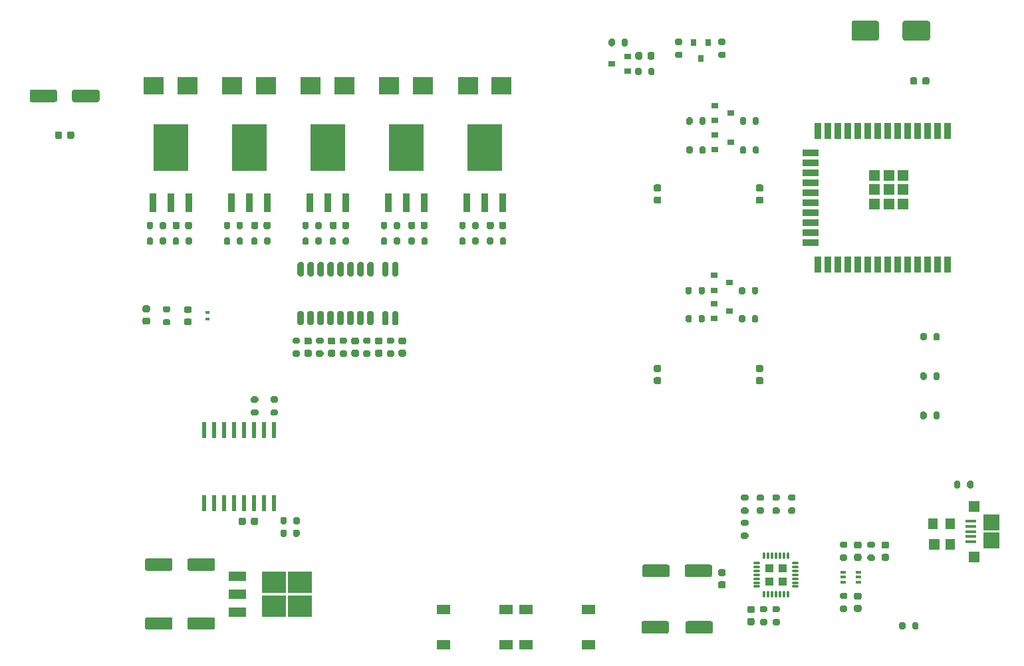
<source format=gbr>
G04 #@! TF.GenerationSoftware,KiCad,Pcbnew,5.1.9-73d0e3b20d~88~ubuntu20.04.1*
G04 #@! TF.CreationDate,2021-10-06T19:48:26+05:30*
G04 #@! TF.ProjectId,vayuO2,76617975-4f32-42e6-9b69-6361645f7063,rev 1*
G04 #@! TF.SameCoordinates,Original*
G04 #@! TF.FileFunction,Paste,Top*
G04 #@! TF.FilePolarity,Positive*
%FSLAX46Y46*%
G04 Gerber Fmt 4.6, Leading zero omitted, Abs format (unit mm)*
G04 Created by KiCad (PCBNEW 5.1.9-73d0e3b20d~88~ubuntu20.04.1) date 2021-10-06 19:48:26*
%MOMM*%
%LPD*%
G01*
G04 APERTURE LIST*
%ADD10R,1.330000X1.330000*%
%ADD11R,0.900000X2.000000*%
%ADD12R,2.000000X0.900000*%
%ADD13R,0.939800X2.489200*%
%ADD14R,4.368800X5.918200*%
%ADD15R,1.200000X1.400000*%
%ADD16R,1.400000X1.400000*%
%ADD17R,1.800000X1.300000*%
%ADD18R,0.650000X0.400000*%
%ADD19R,0.900000X0.800000*%
%ADD20R,2.200000X1.200000*%
%ADD21R,3.050000X2.750000*%
%ADD22R,0.600000X0.400000*%
%ADD23R,2.000000X2.000000*%
%ADD24R,1.350000X0.400000*%
%ADD25R,1.005000X1.005000*%
%ADD26O,0.300000X0.850000*%
%ADD27O,0.850000X0.300000*%
%ADD28R,0.599440X1.998980*%
%ADD29R,0.800000X0.900000*%
%ADD30R,2.500000X2.300000*%
G04 APERTURE END LIST*
G36*
G01*
X79550000Y-123450000D02*
X79550000Y-124550000D01*
G75*
G02*
X79300000Y-124800000I-250000J0D01*
G01*
X76300000Y-124800000D01*
G75*
G02*
X76050000Y-124550000I0J250000D01*
G01*
X76050000Y-123450000D01*
G75*
G02*
X76300000Y-123200000I250000J0D01*
G01*
X79300000Y-123200000D01*
G75*
G02*
X79550000Y-123450000I0J-250000D01*
G01*
G37*
G36*
G01*
X84950000Y-123450000D02*
X84950000Y-124550000D01*
G75*
G02*
X84700000Y-124800000I-250000J0D01*
G01*
X81700000Y-124800000D01*
G75*
G02*
X81450000Y-124550000I0J250000D01*
G01*
X81450000Y-123450000D01*
G75*
G02*
X81700000Y-123200000I250000J0D01*
G01*
X84700000Y-123200000D01*
G75*
G02*
X84950000Y-123450000I0J-250000D01*
G01*
G37*
D10*
X170760001Y-76250000D03*
D11*
X178260001Y-85750000D03*
X176990001Y-85750000D03*
X175720001Y-85750000D03*
X174450001Y-85750000D03*
X173180001Y-85750000D03*
X171910001Y-85750000D03*
X170640001Y-85750000D03*
X169370001Y-85750000D03*
X168100001Y-85750000D03*
X166830001Y-85750000D03*
X165560001Y-85750000D03*
X164290001Y-85750000D03*
X163020001Y-85750000D03*
X161750001Y-85750000D03*
D12*
X160750001Y-82965000D03*
X160750001Y-81695000D03*
X160750001Y-80425000D03*
X160750001Y-79155000D03*
X160750001Y-77885000D03*
X160750001Y-76615000D03*
X160750001Y-75345000D03*
X160750001Y-74075000D03*
X160750001Y-72805000D03*
X160750001Y-71535000D03*
D11*
X161750001Y-68750000D03*
X163020001Y-68750000D03*
X164290001Y-68750000D03*
X165560001Y-68750000D03*
X166830001Y-68750000D03*
X168100001Y-68750000D03*
X169370001Y-68750000D03*
X170640001Y-68750000D03*
X171910001Y-68750000D03*
X173180001Y-68750000D03*
X174450001Y-68750000D03*
X175720001Y-68750000D03*
X176990001Y-68750000D03*
X178260001Y-68750000D03*
D10*
X170760001Y-78085000D03*
X170760001Y-74415000D03*
X172595001Y-76250000D03*
X172595001Y-74415000D03*
X172595001Y-78085000D03*
X168925001Y-76250000D03*
X168925001Y-74415000D03*
X168925001Y-78085000D03*
G36*
G01*
X142850000Y-124250000D02*
X142850000Y-125350000D01*
G75*
G02*
X142600000Y-125600000I-250000J0D01*
G01*
X139600000Y-125600000D01*
G75*
G02*
X139350000Y-125350000I0J250000D01*
G01*
X139350000Y-124250000D01*
G75*
G02*
X139600000Y-124000000I250000J0D01*
G01*
X142600000Y-124000000D01*
G75*
G02*
X142850000Y-124250000I0J-250000D01*
G01*
G37*
G36*
G01*
X148250000Y-124250000D02*
X148250000Y-125350000D01*
G75*
G02*
X148000000Y-125600000I-250000J0D01*
G01*
X145000000Y-125600000D01*
G75*
G02*
X144750000Y-125350000I0J250000D01*
G01*
X144750000Y-124250000D01*
G75*
G02*
X145000000Y-124000000I250000J0D01*
G01*
X148000000Y-124000000D01*
G75*
G02*
X148250000Y-124250000I0J-250000D01*
G01*
G37*
G36*
G01*
X79550000Y-130950000D02*
X79550000Y-132050000D01*
G75*
G02*
X79300000Y-132300000I-250000J0D01*
G01*
X76300000Y-132300000D01*
G75*
G02*
X76050000Y-132050000I0J250000D01*
G01*
X76050000Y-130950000D01*
G75*
G02*
X76300000Y-130700000I250000J0D01*
G01*
X79300000Y-130700000D01*
G75*
G02*
X79550000Y-130950000I0J-250000D01*
G01*
G37*
G36*
G01*
X84950000Y-130950000D02*
X84950000Y-132050000D01*
G75*
G02*
X84700000Y-132300000I-250000J0D01*
G01*
X81700000Y-132300000D01*
G75*
G02*
X81450000Y-132050000I0J250000D01*
G01*
X81450000Y-130950000D01*
G75*
G02*
X81700000Y-130700000I250000J0D01*
G01*
X84700000Y-130700000D01*
G75*
G02*
X84950000Y-130950000I0J-250000D01*
G01*
G37*
G36*
G01*
X64850000Y-63750000D02*
X64850000Y-64850000D01*
G75*
G02*
X64600000Y-65100000I-250000J0D01*
G01*
X61600000Y-65100000D01*
G75*
G02*
X61350000Y-64850000I0J250000D01*
G01*
X61350000Y-63750000D01*
G75*
G02*
X61600000Y-63500000I250000J0D01*
G01*
X64600000Y-63500000D01*
G75*
G02*
X64850000Y-63750000I0J-250000D01*
G01*
G37*
G36*
G01*
X70250000Y-63750000D02*
X70250000Y-64850000D01*
G75*
G02*
X70000000Y-65100000I-250000J0D01*
G01*
X67000000Y-65100000D01*
G75*
G02*
X66750000Y-64850000I0J250000D01*
G01*
X66750000Y-63750000D01*
G75*
G02*
X67000000Y-63500000I250000J0D01*
G01*
X70000000Y-63500000D01*
G75*
G02*
X70250000Y-63750000I0J-250000D01*
G01*
G37*
G36*
G01*
X169500000Y-55000000D02*
X169500000Y-57000000D01*
G75*
G02*
X169250000Y-57250000I-250000J0D01*
G01*
X166250000Y-57250000D01*
G75*
G02*
X166000000Y-57000000I0J250000D01*
G01*
X166000000Y-55000000D01*
G75*
G02*
X166250000Y-54750000I250000J0D01*
G01*
X169250000Y-54750000D01*
G75*
G02*
X169500000Y-55000000I0J-250000D01*
G01*
G37*
G36*
G01*
X176000000Y-55000000D02*
X176000000Y-57000000D01*
G75*
G02*
X175750000Y-57250000I-250000J0D01*
G01*
X172750000Y-57250000D01*
G75*
G02*
X172500000Y-57000000I0J250000D01*
G01*
X172500000Y-55000000D01*
G75*
G02*
X172750000Y-54750000I250000J0D01*
G01*
X175750000Y-54750000D01*
G75*
G02*
X176000000Y-55000000I0J-250000D01*
G01*
G37*
G36*
G01*
X90375000Y-82525000D02*
X90375000Y-83075000D01*
G75*
G02*
X90175000Y-83275000I-200000J0D01*
G01*
X89775000Y-83275000D01*
G75*
G02*
X89575000Y-83075000I0J200000D01*
G01*
X89575000Y-82525000D01*
G75*
G02*
X89775000Y-82325000I200000J0D01*
G01*
X90175000Y-82325000D01*
G75*
G02*
X90375000Y-82525000I0J-200000D01*
G01*
G37*
G36*
G01*
X92025000Y-82525000D02*
X92025000Y-83075000D01*
G75*
G02*
X91825000Y-83275000I-200000J0D01*
G01*
X91425000Y-83275000D01*
G75*
G02*
X91225000Y-83075000I0J200000D01*
G01*
X91225000Y-82525000D01*
G75*
G02*
X91425000Y-82325000I200000J0D01*
G01*
X91825000Y-82325000D01*
G75*
G02*
X92025000Y-82525000I0J-200000D01*
G01*
G37*
G36*
G01*
X158125000Y-116725000D02*
X158675000Y-116725000D01*
G75*
G02*
X158875000Y-116925000I0J-200000D01*
G01*
X158875000Y-117325000D01*
G75*
G02*
X158675000Y-117525000I-200000J0D01*
G01*
X158125000Y-117525000D01*
G75*
G02*
X157925000Y-117325000I0J200000D01*
G01*
X157925000Y-116925000D01*
G75*
G02*
X158125000Y-116725000I200000J0D01*
G01*
G37*
G36*
G01*
X158125000Y-115075000D02*
X158675000Y-115075000D01*
G75*
G02*
X158875000Y-115275000I0J-200000D01*
G01*
X158875000Y-115675000D01*
G75*
G02*
X158675000Y-115875000I-200000J0D01*
G01*
X158125000Y-115875000D01*
G75*
G02*
X157925000Y-115675000I0J200000D01*
G01*
X157925000Y-115275000D01*
G75*
G02*
X158125000Y-115075000I200000J0D01*
G01*
G37*
G36*
G01*
X106865000Y-93525000D02*
X106465000Y-93525000D01*
G75*
G02*
X106265000Y-93325000I0J200000D01*
G01*
X106265000Y-91925000D01*
G75*
G02*
X106465000Y-91725000I200000J0D01*
G01*
X106865000Y-91725000D01*
G75*
G02*
X107065000Y-91925000I0J-200000D01*
G01*
X107065000Y-93325000D01*
G75*
G02*
X106865000Y-93525000I-200000J0D01*
G01*
G37*
G36*
G01*
X108135000Y-93525000D02*
X107735000Y-93525000D01*
G75*
G02*
X107535000Y-93325000I0J200000D01*
G01*
X107535000Y-91925000D01*
G75*
G02*
X107735000Y-91725000I200000J0D01*
G01*
X108135000Y-91725000D01*
G75*
G02*
X108335000Y-91925000I0J-200000D01*
G01*
X108335000Y-93325000D01*
G75*
G02*
X108135000Y-93525000I-200000J0D01*
G01*
G37*
G36*
G01*
X108135000Y-87275000D02*
X107735000Y-87275000D01*
G75*
G02*
X107535000Y-87075000I0J200000D01*
G01*
X107535000Y-85675000D01*
G75*
G02*
X107735000Y-85475000I200000J0D01*
G01*
X108135000Y-85475000D01*
G75*
G02*
X108335000Y-85675000I0J-200000D01*
G01*
X108335000Y-87075000D01*
G75*
G02*
X108135000Y-87275000I-200000J0D01*
G01*
G37*
G36*
G01*
X106865000Y-87275000D02*
X106465000Y-87275000D01*
G75*
G02*
X106265000Y-87075000I0J200000D01*
G01*
X106265000Y-85675000D01*
G75*
G02*
X106465000Y-85475000I200000J0D01*
G01*
X106865000Y-85475000D01*
G75*
G02*
X107065000Y-85675000I0J-200000D01*
G01*
X107065000Y-87075000D01*
G75*
G02*
X106865000Y-87275000I-200000J0D01*
G01*
G37*
D13*
X99300000Y-77943500D03*
X97014000Y-77943500D03*
X101586000Y-77943500D03*
D14*
X99300000Y-70844200D03*
D13*
X79300000Y-77943500D03*
X77014000Y-77943500D03*
X81586000Y-77943500D03*
D14*
X79300000Y-70844200D03*
G36*
G01*
X109050000Y-95975000D02*
X108550000Y-95975000D01*
G75*
G02*
X108325000Y-95750000I0J225000D01*
G01*
X108325000Y-95300000D01*
G75*
G02*
X108550000Y-95075000I225000J0D01*
G01*
X109050000Y-95075000D01*
G75*
G02*
X109275000Y-95300000I0J-225000D01*
G01*
X109275000Y-95750000D01*
G75*
G02*
X109050000Y-95975000I-225000J0D01*
G01*
G37*
G36*
G01*
X109050000Y-97525000D02*
X108550000Y-97525000D01*
G75*
G02*
X108325000Y-97300000I0J225000D01*
G01*
X108325000Y-96850000D01*
G75*
G02*
X108550000Y-96625000I225000J0D01*
G01*
X109050000Y-96625000D01*
G75*
G02*
X109275000Y-96850000I0J-225000D01*
G01*
X109275000Y-97300000D01*
G75*
G02*
X109050000Y-97525000I-225000J0D01*
G01*
G37*
G36*
G01*
X156125000Y-130925000D02*
X156675000Y-130925000D01*
G75*
G02*
X156875000Y-131125000I0J-200000D01*
G01*
X156875000Y-131525000D01*
G75*
G02*
X156675000Y-131725000I-200000J0D01*
G01*
X156125000Y-131725000D01*
G75*
G02*
X155925000Y-131525000I0J200000D01*
G01*
X155925000Y-131125000D01*
G75*
G02*
X156125000Y-130925000I200000J0D01*
G01*
G37*
G36*
G01*
X156125000Y-129275000D02*
X156675000Y-129275000D01*
G75*
G02*
X156875000Y-129475000I0J-200000D01*
G01*
X156875000Y-129875000D01*
G75*
G02*
X156675000Y-130075000I-200000J0D01*
G01*
X156125000Y-130075000D01*
G75*
G02*
X155925000Y-129875000I0J200000D01*
G01*
X155925000Y-129475000D01*
G75*
G02*
X156125000Y-129275000I200000J0D01*
G01*
G37*
D15*
X176400000Y-118800000D03*
X178600000Y-118800000D03*
X178600000Y-121400000D03*
D16*
X176500000Y-121400000D03*
D17*
X124525000Y-129750000D03*
X132475000Y-129750000D03*
X132475000Y-134250000D03*
X124525000Y-134250000D03*
D18*
X166850000Y-124950000D03*
X166850000Y-126250000D03*
X164950000Y-125600000D03*
X166850000Y-125600000D03*
X164950000Y-126250000D03*
X164950000Y-124950000D03*
G36*
G01*
X146525000Y-92975000D02*
X146525000Y-92425000D01*
G75*
G02*
X146725000Y-92225000I200000J0D01*
G01*
X147125000Y-92225000D01*
G75*
G02*
X147325000Y-92425000I0J-200000D01*
G01*
X147325000Y-92975000D01*
G75*
G02*
X147125000Y-93175000I-200000J0D01*
G01*
X146725000Y-93175000D01*
G75*
G02*
X146525000Y-92975000I0J200000D01*
G01*
G37*
G36*
G01*
X144875000Y-92975000D02*
X144875000Y-92425000D01*
G75*
G02*
X145075000Y-92225000I200000J0D01*
G01*
X145475000Y-92225000D01*
G75*
G02*
X145675000Y-92425000I0J-200000D01*
G01*
X145675000Y-92975000D01*
G75*
G02*
X145475000Y-93175000I-200000J0D01*
G01*
X145075000Y-93175000D01*
G75*
G02*
X144875000Y-92975000I0J200000D01*
G01*
G37*
G36*
G01*
X152475000Y-92425000D02*
X152475000Y-92975000D01*
G75*
G02*
X152275000Y-93175000I-200000J0D01*
G01*
X151875000Y-93175000D01*
G75*
G02*
X151675000Y-92975000I0J200000D01*
G01*
X151675000Y-92425000D01*
G75*
G02*
X151875000Y-92225000I200000J0D01*
G01*
X152275000Y-92225000D01*
G75*
G02*
X152475000Y-92425000I0J-200000D01*
G01*
G37*
G36*
G01*
X154125000Y-92425000D02*
X154125000Y-92975000D01*
G75*
G02*
X153925000Y-93175000I-200000J0D01*
G01*
X153525000Y-93175000D01*
G75*
G02*
X153325000Y-92975000I0J200000D01*
G01*
X153325000Y-92425000D01*
G75*
G02*
X153525000Y-92225000I200000J0D01*
G01*
X153925000Y-92225000D01*
G75*
G02*
X154125000Y-92425000I0J-200000D01*
G01*
G37*
D19*
X150500000Y-91700000D03*
X148500000Y-92650000D03*
X148500000Y-90750000D03*
D20*
X87800000Y-125520000D03*
X87800000Y-127800000D03*
X87800000Y-130080000D03*
D21*
X95775000Y-129325000D03*
X92425000Y-126275000D03*
X95775000Y-126275000D03*
X92425000Y-129325000D03*
G36*
G01*
X174375000Y-62150000D02*
X174375000Y-62650000D01*
G75*
G02*
X174150000Y-62875000I-225000J0D01*
G01*
X173700000Y-62875000D01*
G75*
G02*
X173475000Y-62650000I0J225000D01*
G01*
X173475000Y-62150000D01*
G75*
G02*
X173700000Y-61925000I225000J0D01*
G01*
X174150000Y-61925000D01*
G75*
G02*
X174375000Y-62150000I0J-225000D01*
G01*
G37*
G36*
G01*
X175925000Y-62150000D02*
X175925000Y-62650000D01*
G75*
G02*
X175700000Y-62875000I-225000J0D01*
G01*
X175250000Y-62875000D01*
G75*
G02*
X175025000Y-62650000I0J225000D01*
G01*
X175025000Y-62150000D01*
G75*
G02*
X175250000Y-61925000I225000J0D01*
G01*
X175700000Y-61925000D01*
G75*
G02*
X175925000Y-62150000I0J-225000D01*
G01*
G37*
G36*
G01*
X81756250Y-93525000D02*
X81243750Y-93525000D01*
G75*
G02*
X81025000Y-93306250I0J218750D01*
G01*
X81025000Y-92868750D01*
G75*
G02*
X81243750Y-92650000I218750J0D01*
G01*
X81756250Y-92650000D01*
G75*
G02*
X81975000Y-92868750I0J-218750D01*
G01*
X81975000Y-93306250D01*
G75*
G02*
X81756250Y-93525000I-218750J0D01*
G01*
G37*
G36*
G01*
X81756250Y-91950000D02*
X81243750Y-91950000D01*
G75*
G02*
X81025000Y-91731250I0J218750D01*
G01*
X81025000Y-91293750D01*
G75*
G02*
X81243750Y-91075000I218750J0D01*
G01*
X81756250Y-91075000D01*
G75*
G02*
X81975000Y-91293750I0J-218750D01*
G01*
X81975000Y-91731250D01*
G75*
G02*
X81756250Y-91950000I-218750J0D01*
G01*
G37*
G36*
G01*
X79075000Y-93525000D02*
X78525000Y-93525000D01*
G75*
G02*
X78325000Y-93325000I0J200000D01*
G01*
X78325000Y-92925000D01*
G75*
G02*
X78525000Y-92725000I200000J0D01*
G01*
X79075000Y-92725000D01*
G75*
G02*
X79275000Y-92925000I0J-200000D01*
G01*
X79275000Y-93325000D01*
G75*
G02*
X79075000Y-93525000I-200000J0D01*
G01*
G37*
G36*
G01*
X79075000Y-91875000D02*
X78525000Y-91875000D01*
G75*
G02*
X78325000Y-91675000I0J200000D01*
G01*
X78325000Y-91275000D01*
G75*
G02*
X78525000Y-91075000I200000J0D01*
G01*
X79075000Y-91075000D01*
G75*
G02*
X79275000Y-91275000I0J-200000D01*
G01*
X79275000Y-91675000D01*
G75*
G02*
X79075000Y-91875000I-200000J0D01*
G01*
G37*
D22*
X84000000Y-92750000D03*
X84000000Y-91850000D03*
D23*
X183850000Y-120950000D03*
D16*
X181600000Y-116600000D03*
D24*
X181175000Y-119800000D03*
X181175000Y-119150000D03*
X181175000Y-118500000D03*
X181175000Y-121100000D03*
X181175000Y-120450000D03*
D16*
X181600000Y-123000000D03*
D23*
X183850000Y-118650000D03*
D17*
X114025000Y-129750000D03*
X121975000Y-129750000D03*
X121975000Y-134250000D03*
X114025000Y-134250000D03*
G36*
G01*
X180725000Y-114075000D02*
X180725000Y-113525000D01*
G75*
G02*
X180925000Y-113325000I200000J0D01*
G01*
X181325000Y-113325000D01*
G75*
G02*
X181525000Y-113525000I0J-200000D01*
G01*
X181525000Y-114075000D01*
G75*
G02*
X181325000Y-114275000I-200000J0D01*
G01*
X180925000Y-114275000D01*
G75*
G02*
X180725000Y-114075000I0J200000D01*
G01*
G37*
G36*
G01*
X179075000Y-114075000D02*
X179075000Y-113525000D01*
G75*
G02*
X179275000Y-113325000I200000J0D01*
G01*
X179675000Y-113325000D01*
G75*
G02*
X179875000Y-113525000I0J-200000D01*
G01*
X179875000Y-114075000D01*
G75*
G02*
X179675000Y-114275000I-200000J0D01*
G01*
X179275000Y-114275000D01*
G75*
G02*
X179075000Y-114075000I0J200000D01*
G01*
G37*
G36*
G01*
X173725000Y-132075000D02*
X173725000Y-131525000D01*
G75*
G02*
X173925000Y-131325000I200000J0D01*
G01*
X174325000Y-131325000D01*
G75*
G02*
X174525000Y-131525000I0J-200000D01*
G01*
X174525000Y-132075000D01*
G75*
G02*
X174325000Y-132275000I-200000J0D01*
G01*
X173925000Y-132275000D01*
G75*
G02*
X173725000Y-132075000I0J200000D01*
G01*
G37*
G36*
G01*
X172075000Y-132075000D02*
X172075000Y-131525000D01*
G75*
G02*
X172275000Y-131325000I200000J0D01*
G01*
X172675000Y-131325000D01*
G75*
G02*
X172875000Y-131525000I0J-200000D01*
G01*
X172875000Y-132075000D01*
G75*
G02*
X172675000Y-132275000I-200000J0D01*
G01*
X172275000Y-132275000D01*
G75*
G02*
X172075000Y-132075000I0J200000D01*
G01*
G37*
G36*
G01*
X96875000Y-82525000D02*
X96875000Y-83075000D01*
G75*
G02*
X96675000Y-83275000I-200000J0D01*
G01*
X96275000Y-83275000D01*
G75*
G02*
X96075000Y-83075000I0J200000D01*
G01*
X96075000Y-82525000D01*
G75*
G02*
X96275000Y-82325000I200000J0D01*
G01*
X96675000Y-82325000D01*
G75*
G02*
X96875000Y-82525000I0J-200000D01*
G01*
G37*
G36*
G01*
X98525000Y-82525000D02*
X98525000Y-83075000D01*
G75*
G02*
X98325000Y-83275000I-200000J0D01*
G01*
X97925000Y-83275000D01*
G75*
G02*
X97725000Y-83075000I0J200000D01*
G01*
X97725000Y-82525000D01*
G75*
G02*
X97925000Y-82325000I200000J0D01*
G01*
X98325000Y-82325000D01*
G75*
G02*
X98525000Y-82525000I0J-200000D01*
G01*
G37*
G36*
G01*
X96055000Y-87275000D02*
X95655000Y-87275000D01*
G75*
G02*
X95455000Y-87075000I0J200000D01*
G01*
X95455000Y-85675000D01*
G75*
G02*
X95655000Y-85475000I200000J0D01*
G01*
X96055000Y-85475000D01*
G75*
G02*
X96255000Y-85675000I0J-200000D01*
G01*
X96255000Y-87075000D01*
G75*
G02*
X96055000Y-87275000I-200000J0D01*
G01*
G37*
G36*
G01*
X97325000Y-87275000D02*
X96925000Y-87275000D01*
G75*
G02*
X96725000Y-87075000I0J200000D01*
G01*
X96725000Y-85675000D01*
G75*
G02*
X96925000Y-85475000I200000J0D01*
G01*
X97325000Y-85475000D01*
G75*
G02*
X97525000Y-85675000I0J-200000D01*
G01*
X97525000Y-87075000D01*
G75*
G02*
X97325000Y-87275000I-200000J0D01*
G01*
G37*
G36*
G01*
X98595000Y-87275000D02*
X98195000Y-87275000D01*
G75*
G02*
X97995000Y-87075000I0J200000D01*
G01*
X97995000Y-85675000D01*
G75*
G02*
X98195000Y-85475000I200000J0D01*
G01*
X98595000Y-85475000D01*
G75*
G02*
X98795000Y-85675000I0J-200000D01*
G01*
X98795000Y-87075000D01*
G75*
G02*
X98595000Y-87275000I-200000J0D01*
G01*
G37*
G36*
G01*
X99865000Y-87275000D02*
X99465000Y-87275000D01*
G75*
G02*
X99265000Y-87075000I0J200000D01*
G01*
X99265000Y-85675000D01*
G75*
G02*
X99465000Y-85475000I200000J0D01*
G01*
X99865000Y-85475000D01*
G75*
G02*
X100065000Y-85675000I0J-200000D01*
G01*
X100065000Y-87075000D01*
G75*
G02*
X99865000Y-87275000I-200000J0D01*
G01*
G37*
G36*
G01*
X101135000Y-87275000D02*
X100735000Y-87275000D01*
G75*
G02*
X100535000Y-87075000I0J200000D01*
G01*
X100535000Y-85675000D01*
G75*
G02*
X100735000Y-85475000I200000J0D01*
G01*
X101135000Y-85475000D01*
G75*
G02*
X101335000Y-85675000I0J-200000D01*
G01*
X101335000Y-87075000D01*
G75*
G02*
X101135000Y-87275000I-200000J0D01*
G01*
G37*
G36*
G01*
X102405000Y-87275000D02*
X102005000Y-87275000D01*
G75*
G02*
X101805000Y-87075000I0J200000D01*
G01*
X101805000Y-85675000D01*
G75*
G02*
X102005000Y-85475000I200000J0D01*
G01*
X102405000Y-85475000D01*
G75*
G02*
X102605000Y-85675000I0J-200000D01*
G01*
X102605000Y-87075000D01*
G75*
G02*
X102405000Y-87275000I-200000J0D01*
G01*
G37*
G36*
G01*
X103675000Y-87275000D02*
X103275000Y-87275000D01*
G75*
G02*
X103075000Y-87075000I0J200000D01*
G01*
X103075000Y-85675000D01*
G75*
G02*
X103275000Y-85475000I200000J0D01*
G01*
X103675000Y-85475000D01*
G75*
G02*
X103875000Y-85675000I0J-200000D01*
G01*
X103875000Y-87075000D01*
G75*
G02*
X103675000Y-87275000I-200000J0D01*
G01*
G37*
G36*
G01*
X104945000Y-87275000D02*
X104545000Y-87275000D01*
G75*
G02*
X104345000Y-87075000I0J200000D01*
G01*
X104345000Y-85675000D01*
G75*
G02*
X104545000Y-85475000I200000J0D01*
G01*
X104945000Y-85475000D01*
G75*
G02*
X105145000Y-85675000I0J-200000D01*
G01*
X105145000Y-87075000D01*
G75*
G02*
X104945000Y-87275000I-200000J0D01*
G01*
G37*
G36*
G01*
X104945000Y-93525000D02*
X104545000Y-93525000D01*
G75*
G02*
X104345000Y-93325000I0J200000D01*
G01*
X104345000Y-91925000D01*
G75*
G02*
X104545000Y-91725000I200000J0D01*
G01*
X104945000Y-91725000D01*
G75*
G02*
X105145000Y-91925000I0J-200000D01*
G01*
X105145000Y-93325000D01*
G75*
G02*
X104945000Y-93525000I-200000J0D01*
G01*
G37*
G36*
G01*
X103675000Y-93525000D02*
X103275000Y-93525000D01*
G75*
G02*
X103075000Y-93325000I0J200000D01*
G01*
X103075000Y-91925000D01*
G75*
G02*
X103275000Y-91725000I200000J0D01*
G01*
X103675000Y-91725000D01*
G75*
G02*
X103875000Y-91925000I0J-200000D01*
G01*
X103875000Y-93325000D01*
G75*
G02*
X103675000Y-93525000I-200000J0D01*
G01*
G37*
G36*
G01*
X102405000Y-93525000D02*
X102005000Y-93525000D01*
G75*
G02*
X101805000Y-93325000I0J200000D01*
G01*
X101805000Y-91925000D01*
G75*
G02*
X102005000Y-91725000I200000J0D01*
G01*
X102405000Y-91725000D01*
G75*
G02*
X102605000Y-91925000I0J-200000D01*
G01*
X102605000Y-93325000D01*
G75*
G02*
X102405000Y-93525000I-200000J0D01*
G01*
G37*
G36*
G01*
X101135000Y-93525000D02*
X100735000Y-93525000D01*
G75*
G02*
X100535000Y-93325000I0J200000D01*
G01*
X100535000Y-91925000D01*
G75*
G02*
X100735000Y-91725000I200000J0D01*
G01*
X101135000Y-91725000D01*
G75*
G02*
X101335000Y-91925000I0J-200000D01*
G01*
X101335000Y-93325000D01*
G75*
G02*
X101135000Y-93525000I-200000J0D01*
G01*
G37*
G36*
G01*
X99865000Y-93525000D02*
X99465000Y-93525000D01*
G75*
G02*
X99265000Y-93325000I0J200000D01*
G01*
X99265000Y-91925000D01*
G75*
G02*
X99465000Y-91725000I200000J0D01*
G01*
X99865000Y-91725000D01*
G75*
G02*
X100065000Y-91925000I0J-200000D01*
G01*
X100065000Y-93325000D01*
G75*
G02*
X99865000Y-93525000I-200000J0D01*
G01*
G37*
G36*
G01*
X98595000Y-93525000D02*
X98195000Y-93525000D01*
G75*
G02*
X97995000Y-93325000I0J200000D01*
G01*
X97995000Y-91925000D01*
G75*
G02*
X98195000Y-91725000I200000J0D01*
G01*
X98595000Y-91725000D01*
G75*
G02*
X98795000Y-91925000I0J-200000D01*
G01*
X98795000Y-93325000D01*
G75*
G02*
X98595000Y-93525000I-200000J0D01*
G01*
G37*
G36*
G01*
X97325000Y-93525000D02*
X96925000Y-93525000D01*
G75*
G02*
X96725000Y-93325000I0J200000D01*
G01*
X96725000Y-91925000D01*
G75*
G02*
X96925000Y-91725000I200000J0D01*
G01*
X97325000Y-91725000D01*
G75*
G02*
X97525000Y-91925000I0J-200000D01*
G01*
X97525000Y-93325000D01*
G75*
G02*
X97325000Y-93525000I-200000J0D01*
G01*
G37*
G36*
G01*
X96055000Y-93525000D02*
X95655000Y-93525000D01*
G75*
G02*
X95455000Y-93325000I0J200000D01*
G01*
X95455000Y-91925000D01*
G75*
G02*
X95655000Y-91725000I200000J0D01*
G01*
X96055000Y-91725000D01*
G75*
G02*
X96255000Y-91925000I0J-200000D01*
G01*
X96255000Y-93325000D01*
G75*
G02*
X96055000Y-93525000I-200000J0D01*
G01*
G37*
D25*
X155562500Y-124462500D03*
X155562500Y-126137500D03*
X157237500Y-124462500D03*
X157237500Y-126137500D03*
D26*
X154900000Y-122850000D03*
X155400000Y-122850000D03*
X155900000Y-122850000D03*
X156400000Y-122850000D03*
X156900000Y-122850000D03*
X157400000Y-122850000D03*
X157900000Y-122850000D03*
D27*
X158850000Y-123800000D03*
X158850000Y-124300000D03*
X158850000Y-124800000D03*
X158850000Y-125300000D03*
X158850000Y-125800000D03*
X158850000Y-126300000D03*
X158850000Y-126800000D03*
D26*
X157900000Y-127750000D03*
X157400000Y-127750000D03*
X156900000Y-127750000D03*
X156400000Y-127750000D03*
X155900000Y-127750000D03*
X155400000Y-127750000D03*
X154900000Y-127750000D03*
D27*
X153950000Y-126800000D03*
X153950000Y-126300000D03*
X153950000Y-125800000D03*
X153950000Y-125300000D03*
X153950000Y-124800000D03*
X153950000Y-124300000D03*
X153950000Y-123800000D03*
D28*
X92445000Y-116150740D03*
X91175000Y-116150740D03*
X89905000Y-116150740D03*
X88635000Y-116150740D03*
X87365000Y-116150740D03*
X86095000Y-116150740D03*
X84825000Y-116150740D03*
X83555000Y-116150740D03*
X83555000Y-106849260D03*
X84825000Y-106849260D03*
X86095000Y-106849260D03*
X87365000Y-106849260D03*
X88635000Y-106849260D03*
X89905000Y-106849260D03*
X91175000Y-106849260D03*
X92445000Y-106849260D03*
G36*
G01*
X136725000Y-57775000D02*
X136725000Y-57225000D01*
G75*
G02*
X136925000Y-57025000I200000J0D01*
G01*
X137325000Y-57025000D01*
G75*
G02*
X137525000Y-57225000I0J-200000D01*
G01*
X137525000Y-57775000D01*
G75*
G02*
X137325000Y-57975000I-200000J0D01*
G01*
X136925000Y-57975000D01*
G75*
G02*
X136725000Y-57775000I0J200000D01*
G01*
G37*
G36*
G01*
X135075000Y-57775000D02*
X135075000Y-57225000D01*
G75*
G02*
X135275000Y-57025000I200000J0D01*
G01*
X135675000Y-57025000D01*
G75*
G02*
X135875000Y-57225000I0J-200000D01*
G01*
X135875000Y-57775000D01*
G75*
G02*
X135675000Y-57975000I-200000J0D01*
G01*
X135275000Y-57975000D01*
G75*
G02*
X135075000Y-57775000I0J200000D01*
G01*
G37*
G36*
G01*
X146525000Y-89375000D02*
X146525000Y-88825000D01*
G75*
G02*
X146725000Y-88625000I200000J0D01*
G01*
X147125000Y-88625000D01*
G75*
G02*
X147325000Y-88825000I0J-200000D01*
G01*
X147325000Y-89375000D01*
G75*
G02*
X147125000Y-89575000I-200000J0D01*
G01*
X146725000Y-89575000D01*
G75*
G02*
X146525000Y-89375000I0J200000D01*
G01*
G37*
G36*
G01*
X144875000Y-89375000D02*
X144875000Y-88825000D01*
G75*
G02*
X145075000Y-88625000I200000J0D01*
G01*
X145475000Y-88625000D01*
G75*
G02*
X145675000Y-88825000I0J-200000D01*
G01*
X145675000Y-89375000D01*
G75*
G02*
X145475000Y-89575000I-200000J0D01*
G01*
X145075000Y-89575000D01*
G75*
G02*
X144875000Y-89375000I0J200000D01*
G01*
G37*
G36*
G01*
X152475000Y-88825000D02*
X152475000Y-89375000D01*
G75*
G02*
X152275000Y-89575000I-200000J0D01*
G01*
X151875000Y-89575000D01*
G75*
G02*
X151675000Y-89375000I0J200000D01*
G01*
X151675000Y-88825000D01*
G75*
G02*
X151875000Y-88625000I200000J0D01*
G01*
X152275000Y-88625000D01*
G75*
G02*
X152475000Y-88825000I0J-200000D01*
G01*
G37*
G36*
G01*
X154125000Y-88825000D02*
X154125000Y-89375000D01*
G75*
G02*
X153925000Y-89575000I-200000J0D01*
G01*
X153525000Y-89575000D01*
G75*
G02*
X153325000Y-89375000I0J200000D01*
G01*
X153325000Y-88825000D01*
G75*
G02*
X153525000Y-88625000I200000J0D01*
G01*
X153925000Y-88625000D01*
G75*
G02*
X154125000Y-88825000I0J-200000D01*
G01*
G37*
G36*
G01*
X146625000Y-67775000D02*
X146625000Y-67225000D01*
G75*
G02*
X146825000Y-67025000I200000J0D01*
G01*
X147225000Y-67025000D01*
G75*
G02*
X147425000Y-67225000I0J-200000D01*
G01*
X147425000Y-67775000D01*
G75*
G02*
X147225000Y-67975000I-200000J0D01*
G01*
X146825000Y-67975000D01*
G75*
G02*
X146625000Y-67775000I0J200000D01*
G01*
G37*
G36*
G01*
X144975000Y-67775000D02*
X144975000Y-67225000D01*
G75*
G02*
X145175000Y-67025000I200000J0D01*
G01*
X145575000Y-67025000D01*
G75*
G02*
X145775000Y-67225000I0J-200000D01*
G01*
X145775000Y-67775000D01*
G75*
G02*
X145575000Y-67975000I-200000J0D01*
G01*
X145175000Y-67975000D01*
G75*
G02*
X144975000Y-67775000I0J200000D01*
G01*
G37*
G36*
G01*
X152575000Y-67225000D02*
X152575000Y-67775000D01*
G75*
G02*
X152375000Y-67975000I-200000J0D01*
G01*
X151975000Y-67975000D01*
G75*
G02*
X151775000Y-67775000I0J200000D01*
G01*
X151775000Y-67225000D01*
G75*
G02*
X151975000Y-67025000I200000J0D01*
G01*
X152375000Y-67025000D01*
G75*
G02*
X152575000Y-67225000I0J-200000D01*
G01*
G37*
G36*
G01*
X154225000Y-67225000D02*
X154225000Y-67775000D01*
G75*
G02*
X154025000Y-67975000I-200000J0D01*
G01*
X153625000Y-67975000D01*
G75*
G02*
X153425000Y-67775000I0J200000D01*
G01*
X153425000Y-67225000D01*
G75*
G02*
X153625000Y-67025000I200000J0D01*
G01*
X154025000Y-67025000D01*
G75*
G02*
X154225000Y-67225000I0J-200000D01*
G01*
G37*
G36*
G01*
X146625000Y-71475000D02*
X146625000Y-70925000D01*
G75*
G02*
X146825000Y-70725000I200000J0D01*
G01*
X147225000Y-70725000D01*
G75*
G02*
X147425000Y-70925000I0J-200000D01*
G01*
X147425000Y-71475000D01*
G75*
G02*
X147225000Y-71675000I-200000J0D01*
G01*
X146825000Y-71675000D01*
G75*
G02*
X146625000Y-71475000I0J200000D01*
G01*
G37*
G36*
G01*
X144975000Y-71475000D02*
X144975000Y-70925000D01*
G75*
G02*
X145175000Y-70725000I200000J0D01*
G01*
X145575000Y-70725000D01*
G75*
G02*
X145775000Y-70925000I0J-200000D01*
G01*
X145775000Y-71475000D01*
G75*
G02*
X145575000Y-71675000I-200000J0D01*
G01*
X145175000Y-71675000D01*
G75*
G02*
X144975000Y-71475000I0J200000D01*
G01*
G37*
G36*
G01*
X152575000Y-70925000D02*
X152575000Y-71475000D01*
G75*
G02*
X152375000Y-71675000I-200000J0D01*
G01*
X151975000Y-71675000D01*
G75*
G02*
X151775000Y-71475000I0J200000D01*
G01*
X151775000Y-70925000D01*
G75*
G02*
X151975000Y-70725000I200000J0D01*
G01*
X152375000Y-70725000D01*
G75*
G02*
X152575000Y-70925000I0J-200000D01*
G01*
G37*
G36*
G01*
X154225000Y-70925000D02*
X154225000Y-71475000D01*
G75*
G02*
X154025000Y-71675000I-200000J0D01*
G01*
X153625000Y-71675000D01*
G75*
G02*
X153425000Y-71475000I0J200000D01*
G01*
X153425000Y-70925000D01*
G75*
G02*
X153625000Y-70725000I200000J0D01*
G01*
X154025000Y-70725000D01*
G75*
G02*
X154225000Y-70925000I0J-200000D01*
G01*
G37*
G36*
G01*
X144275000Y-57825000D02*
X143725000Y-57825000D01*
G75*
G02*
X143525000Y-57625000I0J200000D01*
G01*
X143525000Y-57225000D01*
G75*
G02*
X143725000Y-57025000I200000J0D01*
G01*
X144275000Y-57025000D01*
G75*
G02*
X144475000Y-57225000I0J-200000D01*
G01*
X144475000Y-57625000D01*
G75*
G02*
X144275000Y-57825000I-200000J0D01*
G01*
G37*
G36*
G01*
X144275000Y-59475000D02*
X143725000Y-59475000D01*
G75*
G02*
X143525000Y-59275000I0J200000D01*
G01*
X143525000Y-58875000D01*
G75*
G02*
X143725000Y-58675000I200000J0D01*
G01*
X144275000Y-58675000D01*
G75*
G02*
X144475000Y-58875000I0J-200000D01*
G01*
X144475000Y-59275000D01*
G75*
G02*
X144275000Y-59475000I-200000J0D01*
G01*
G37*
G36*
G01*
X149225000Y-58675000D02*
X149775000Y-58675000D01*
G75*
G02*
X149975000Y-58875000I0J-200000D01*
G01*
X149975000Y-59275000D01*
G75*
G02*
X149775000Y-59475000I-200000J0D01*
G01*
X149225000Y-59475000D01*
G75*
G02*
X149025000Y-59275000I0J200000D01*
G01*
X149025000Y-58875000D01*
G75*
G02*
X149225000Y-58675000I200000J0D01*
G01*
G37*
G36*
G01*
X149225000Y-57025000D02*
X149775000Y-57025000D01*
G75*
G02*
X149975000Y-57225000I0J-200000D01*
G01*
X149975000Y-57625000D01*
G75*
G02*
X149775000Y-57825000I-200000J0D01*
G01*
X149225000Y-57825000D01*
G75*
G02*
X149025000Y-57625000I0J200000D01*
G01*
X149025000Y-57225000D01*
G75*
G02*
X149225000Y-57025000I200000J0D01*
G01*
G37*
G36*
G01*
X120375000Y-82525000D02*
X120375000Y-83075000D01*
G75*
G02*
X120175000Y-83275000I-200000J0D01*
G01*
X119775000Y-83275000D01*
G75*
G02*
X119575000Y-83075000I0J200000D01*
G01*
X119575000Y-82525000D01*
G75*
G02*
X119775000Y-82325000I200000J0D01*
G01*
X120175000Y-82325000D01*
G75*
G02*
X120375000Y-82525000I0J-200000D01*
G01*
G37*
G36*
G01*
X122025000Y-82525000D02*
X122025000Y-83075000D01*
G75*
G02*
X121825000Y-83275000I-200000J0D01*
G01*
X121425000Y-83275000D01*
G75*
G02*
X121225000Y-83075000I0J200000D01*
G01*
X121225000Y-82525000D01*
G75*
G02*
X121425000Y-82325000I200000J0D01*
G01*
X121825000Y-82325000D01*
G75*
G02*
X122025000Y-82525000I0J-200000D01*
G01*
G37*
G36*
G01*
X116875000Y-82525000D02*
X116875000Y-83075000D01*
G75*
G02*
X116675000Y-83275000I-200000J0D01*
G01*
X116275000Y-83275000D01*
G75*
G02*
X116075000Y-83075000I0J200000D01*
G01*
X116075000Y-82525000D01*
G75*
G02*
X116275000Y-82325000I200000J0D01*
G01*
X116675000Y-82325000D01*
G75*
G02*
X116875000Y-82525000I0J-200000D01*
G01*
G37*
G36*
G01*
X118525000Y-82525000D02*
X118525000Y-83075000D01*
G75*
G02*
X118325000Y-83275000I-200000J0D01*
G01*
X117925000Y-83275000D01*
G75*
G02*
X117725000Y-83075000I0J200000D01*
G01*
X117725000Y-82525000D01*
G75*
G02*
X117925000Y-82325000I200000J0D01*
G01*
X118325000Y-82325000D01*
G75*
G02*
X118525000Y-82525000I0J-200000D01*
G01*
G37*
G36*
G01*
X116875000Y-80525000D02*
X116875000Y-81075000D01*
G75*
G02*
X116675000Y-81275000I-200000J0D01*
G01*
X116275000Y-81275000D01*
G75*
G02*
X116075000Y-81075000I0J200000D01*
G01*
X116075000Y-80525000D01*
G75*
G02*
X116275000Y-80325000I200000J0D01*
G01*
X116675000Y-80325000D01*
G75*
G02*
X116875000Y-80525000I0J-200000D01*
G01*
G37*
G36*
G01*
X118525000Y-80525000D02*
X118525000Y-81075000D01*
G75*
G02*
X118325000Y-81275000I-200000J0D01*
G01*
X117925000Y-81275000D01*
G75*
G02*
X117725000Y-81075000I0J200000D01*
G01*
X117725000Y-80525000D01*
G75*
G02*
X117925000Y-80325000I200000J0D01*
G01*
X118325000Y-80325000D01*
G75*
G02*
X118525000Y-80525000I0J-200000D01*
G01*
G37*
G36*
G01*
X107575000Y-95875000D02*
X107025000Y-95875000D01*
G75*
G02*
X106825000Y-95675000I0J200000D01*
G01*
X106825000Y-95275000D01*
G75*
G02*
X107025000Y-95075000I200000J0D01*
G01*
X107575000Y-95075000D01*
G75*
G02*
X107775000Y-95275000I0J-200000D01*
G01*
X107775000Y-95675000D01*
G75*
G02*
X107575000Y-95875000I-200000J0D01*
G01*
G37*
G36*
G01*
X107575000Y-97525000D02*
X107025000Y-97525000D01*
G75*
G02*
X106825000Y-97325000I0J200000D01*
G01*
X106825000Y-96925000D01*
G75*
G02*
X107025000Y-96725000I200000J0D01*
G01*
X107575000Y-96725000D01*
G75*
G02*
X107775000Y-96925000I0J-200000D01*
G01*
X107775000Y-97325000D01*
G75*
G02*
X107575000Y-97525000I-200000J0D01*
G01*
G37*
G36*
G01*
X110375000Y-82525000D02*
X110375000Y-83075000D01*
G75*
G02*
X110175000Y-83275000I-200000J0D01*
G01*
X109775000Y-83275000D01*
G75*
G02*
X109575000Y-83075000I0J200000D01*
G01*
X109575000Y-82525000D01*
G75*
G02*
X109775000Y-82325000I200000J0D01*
G01*
X110175000Y-82325000D01*
G75*
G02*
X110375000Y-82525000I0J-200000D01*
G01*
G37*
G36*
G01*
X112025000Y-82525000D02*
X112025000Y-83075000D01*
G75*
G02*
X111825000Y-83275000I-200000J0D01*
G01*
X111425000Y-83275000D01*
G75*
G02*
X111225000Y-83075000I0J200000D01*
G01*
X111225000Y-82525000D01*
G75*
G02*
X111425000Y-82325000I200000J0D01*
G01*
X111825000Y-82325000D01*
G75*
G02*
X112025000Y-82525000I0J-200000D01*
G01*
G37*
G36*
G01*
X106875000Y-82525000D02*
X106875000Y-83075000D01*
G75*
G02*
X106675000Y-83275000I-200000J0D01*
G01*
X106275000Y-83275000D01*
G75*
G02*
X106075000Y-83075000I0J200000D01*
G01*
X106075000Y-82525000D01*
G75*
G02*
X106275000Y-82325000I200000J0D01*
G01*
X106675000Y-82325000D01*
G75*
G02*
X106875000Y-82525000I0J-200000D01*
G01*
G37*
G36*
G01*
X108525000Y-82525000D02*
X108525000Y-83075000D01*
G75*
G02*
X108325000Y-83275000I-200000J0D01*
G01*
X107925000Y-83275000D01*
G75*
G02*
X107725000Y-83075000I0J200000D01*
G01*
X107725000Y-82525000D01*
G75*
G02*
X107925000Y-82325000I200000J0D01*
G01*
X108325000Y-82325000D01*
G75*
G02*
X108525000Y-82525000I0J-200000D01*
G01*
G37*
G36*
G01*
X106875000Y-80525000D02*
X106875000Y-81075000D01*
G75*
G02*
X106675000Y-81275000I-200000J0D01*
G01*
X106275000Y-81275000D01*
G75*
G02*
X106075000Y-81075000I0J200000D01*
G01*
X106075000Y-80525000D01*
G75*
G02*
X106275000Y-80325000I200000J0D01*
G01*
X106675000Y-80325000D01*
G75*
G02*
X106875000Y-80525000I0J-200000D01*
G01*
G37*
G36*
G01*
X108525000Y-80525000D02*
X108525000Y-81075000D01*
G75*
G02*
X108325000Y-81275000I-200000J0D01*
G01*
X107925000Y-81275000D01*
G75*
G02*
X107725000Y-81075000I0J200000D01*
G01*
X107725000Y-80525000D01*
G75*
G02*
X107925000Y-80325000I200000J0D01*
G01*
X108325000Y-80325000D01*
G75*
G02*
X108525000Y-80525000I0J-200000D01*
G01*
G37*
G36*
G01*
X104575000Y-95875000D02*
X104025000Y-95875000D01*
G75*
G02*
X103825000Y-95675000I0J200000D01*
G01*
X103825000Y-95275000D01*
G75*
G02*
X104025000Y-95075000I200000J0D01*
G01*
X104575000Y-95075000D01*
G75*
G02*
X104775000Y-95275000I0J-200000D01*
G01*
X104775000Y-95675000D01*
G75*
G02*
X104575000Y-95875000I-200000J0D01*
G01*
G37*
G36*
G01*
X104575000Y-97525000D02*
X104025000Y-97525000D01*
G75*
G02*
X103825000Y-97325000I0J200000D01*
G01*
X103825000Y-96925000D01*
G75*
G02*
X104025000Y-96725000I200000J0D01*
G01*
X104575000Y-96725000D01*
G75*
G02*
X104775000Y-96925000I0J-200000D01*
G01*
X104775000Y-97325000D01*
G75*
G02*
X104575000Y-97525000I-200000J0D01*
G01*
G37*
G36*
G01*
X100375000Y-82525000D02*
X100375000Y-83075000D01*
G75*
G02*
X100175000Y-83275000I-200000J0D01*
G01*
X99775000Y-83275000D01*
G75*
G02*
X99575000Y-83075000I0J200000D01*
G01*
X99575000Y-82525000D01*
G75*
G02*
X99775000Y-82325000I200000J0D01*
G01*
X100175000Y-82325000D01*
G75*
G02*
X100375000Y-82525000I0J-200000D01*
G01*
G37*
G36*
G01*
X102025000Y-82525000D02*
X102025000Y-83075000D01*
G75*
G02*
X101825000Y-83275000I-200000J0D01*
G01*
X101425000Y-83275000D01*
G75*
G02*
X101225000Y-83075000I0J200000D01*
G01*
X101225000Y-82525000D01*
G75*
G02*
X101425000Y-82325000I200000J0D01*
G01*
X101825000Y-82325000D01*
G75*
G02*
X102025000Y-82525000I0J-200000D01*
G01*
G37*
G36*
G01*
X96875000Y-80525000D02*
X96875000Y-81075000D01*
G75*
G02*
X96675000Y-81275000I-200000J0D01*
G01*
X96275000Y-81275000D01*
G75*
G02*
X96075000Y-81075000I0J200000D01*
G01*
X96075000Y-80525000D01*
G75*
G02*
X96275000Y-80325000I200000J0D01*
G01*
X96675000Y-80325000D01*
G75*
G02*
X96875000Y-80525000I0J-200000D01*
G01*
G37*
G36*
G01*
X98525000Y-80525000D02*
X98525000Y-81075000D01*
G75*
G02*
X98325000Y-81275000I-200000J0D01*
G01*
X97925000Y-81275000D01*
G75*
G02*
X97725000Y-81075000I0J200000D01*
G01*
X97725000Y-80525000D01*
G75*
G02*
X97925000Y-80325000I200000J0D01*
G01*
X98325000Y-80325000D01*
G75*
G02*
X98525000Y-80525000I0J-200000D01*
G01*
G37*
G36*
G01*
X101575000Y-95875000D02*
X101025000Y-95875000D01*
G75*
G02*
X100825000Y-95675000I0J200000D01*
G01*
X100825000Y-95275000D01*
G75*
G02*
X101025000Y-95075000I200000J0D01*
G01*
X101575000Y-95075000D01*
G75*
G02*
X101775000Y-95275000I0J-200000D01*
G01*
X101775000Y-95675000D01*
G75*
G02*
X101575000Y-95875000I-200000J0D01*
G01*
G37*
G36*
G01*
X101575000Y-97525000D02*
X101025000Y-97525000D01*
G75*
G02*
X100825000Y-97325000I0J200000D01*
G01*
X100825000Y-96925000D01*
G75*
G02*
X101025000Y-96725000I200000J0D01*
G01*
X101575000Y-96725000D01*
G75*
G02*
X101775000Y-96925000I0J-200000D01*
G01*
X101775000Y-97325000D01*
G75*
G02*
X101575000Y-97525000I-200000J0D01*
G01*
G37*
G36*
G01*
X86875000Y-82525000D02*
X86875000Y-83075000D01*
G75*
G02*
X86675000Y-83275000I-200000J0D01*
G01*
X86275000Y-83275000D01*
G75*
G02*
X86075000Y-83075000I0J200000D01*
G01*
X86075000Y-82525000D01*
G75*
G02*
X86275000Y-82325000I200000J0D01*
G01*
X86675000Y-82325000D01*
G75*
G02*
X86875000Y-82525000I0J-200000D01*
G01*
G37*
G36*
G01*
X88525000Y-82525000D02*
X88525000Y-83075000D01*
G75*
G02*
X88325000Y-83275000I-200000J0D01*
G01*
X87925000Y-83275000D01*
G75*
G02*
X87725000Y-83075000I0J200000D01*
G01*
X87725000Y-82525000D01*
G75*
G02*
X87925000Y-82325000I200000J0D01*
G01*
X88325000Y-82325000D01*
G75*
G02*
X88525000Y-82525000I0J-200000D01*
G01*
G37*
G36*
G01*
X86875000Y-80525000D02*
X86875000Y-81075000D01*
G75*
G02*
X86675000Y-81275000I-200000J0D01*
G01*
X86275000Y-81275000D01*
G75*
G02*
X86075000Y-81075000I0J200000D01*
G01*
X86075000Y-80525000D01*
G75*
G02*
X86275000Y-80325000I200000J0D01*
G01*
X86675000Y-80325000D01*
G75*
G02*
X86875000Y-80525000I0J-200000D01*
G01*
G37*
G36*
G01*
X88525000Y-80525000D02*
X88525000Y-81075000D01*
G75*
G02*
X88325000Y-81275000I-200000J0D01*
G01*
X87925000Y-81275000D01*
G75*
G02*
X87725000Y-81075000I0J200000D01*
G01*
X87725000Y-80525000D01*
G75*
G02*
X87925000Y-80325000I200000J0D01*
G01*
X88325000Y-80325000D01*
G75*
G02*
X88525000Y-80525000I0J-200000D01*
G01*
G37*
G36*
G01*
X98575000Y-95875000D02*
X98025000Y-95875000D01*
G75*
G02*
X97825000Y-95675000I0J200000D01*
G01*
X97825000Y-95275000D01*
G75*
G02*
X98025000Y-95075000I200000J0D01*
G01*
X98575000Y-95075000D01*
G75*
G02*
X98775000Y-95275000I0J-200000D01*
G01*
X98775000Y-95675000D01*
G75*
G02*
X98575000Y-95875000I-200000J0D01*
G01*
G37*
G36*
G01*
X98575000Y-97525000D02*
X98025000Y-97525000D01*
G75*
G02*
X97825000Y-97325000I0J200000D01*
G01*
X97825000Y-96925000D01*
G75*
G02*
X98025000Y-96725000I200000J0D01*
G01*
X98575000Y-96725000D01*
G75*
G02*
X98775000Y-96925000I0J-200000D01*
G01*
X98775000Y-97325000D01*
G75*
G02*
X98575000Y-97525000I-200000J0D01*
G01*
G37*
G36*
G01*
X80375000Y-82525000D02*
X80375000Y-83075000D01*
G75*
G02*
X80175000Y-83275000I-200000J0D01*
G01*
X79775000Y-83275000D01*
G75*
G02*
X79575000Y-83075000I0J200000D01*
G01*
X79575000Y-82525000D01*
G75*
G02*
X79775000Y-82325000I200000J0D01*
G01*
X80175000Y-82325000D01*
G75*
G02*
X80375000Y-82525000I0J-200000D01*
G01*
G37*
G36*
G01*
X82025000Y-82525000D02*
X82025000Y-83075000D01*
G75*
G02*
X81825000Y-83275000I-200000J0D01*
G01*
X81425000Y-83275000D01*
G75*
G02*
X81225000Y-83075000I0J200000D01*
G01*
X81225000Y-82525000D01*
G75*
G02*
X81425000Y-82325000I200000J0D01*
G01*
X81825000Y-82325000D01*
G75*
G02*
X82025000Y-82525000I0J-200000D01*
G01*
G37*
G36*
G01*
X77075000Y-82525000D02*
X77075000Y-83075000D01*
G75*
G02*
X76875000Y-83275000I-200000J0D01*
G01*
X76475000Y-83275000D01*
G75*
G02*
X76275000Y-83075000I0J200000D01*
G01*
X76275000Y-82525000D01*
G75*
G02*
X76475000Y-82325000I200000J0D01*
G01*
X76875000Y-82325000D01*
G75*
G02*
X77075000Y-82525000I0J-200000D01*
G01*
G37*
G36*
G01*
X78725000Y-82525000D02*
X78725000Y-83075000D01*
G75*
G02*
X78525000Y-83275000I-200000J0D01*
G01*
X78125000Y-83275000D01*
G75*
G02*
X77925000Y-83075000I0J200000D01*
G01*
X77925000Y-82525000D01*
G75*
G02*
X78125000Y-82325000I200000J0D01*
G01*
X78525000Y-82325000D01*
G75*
G02*
X78725000Y-82525000I0J-200000D01*
G01*
G37*
G36*
G01*
X77075000Y-80525000D02*
X77075000Y-81075000D01*
G75*
G02*
X76875000Y-81275000I-200000J0D01*
G01*
X76475000Y-81275000D01*
G75*
G02*
X76275000Y-81075000I0J200000D01*
G01*
X76275000Y-80525000D01*
G75*
G02*
X76475000Y-80325000I200000J0D01*
G01*
X76875000Y-80325000D01*
G75*
G02*
X77075000Y-80525000I0J-200000D01*
G01*
G37*
G36*
G01*
X78725000Y-80525000D02*
X78725000Y-81075000D01*
G75*
G02*
X78525000Y-81275000I-200000J0D01*
G01*
X78125000Y-81275000D01*
G75*
G02*
X77925000Y-81075000I0J200000D01*
G01*
X77925000Y-80525000D01*
G75*
G02*
X78125000Y-80325000I200000J0D01*
G01*
X78525000Y-80325000D01*
G75*
G02*
X78725000Y-80525000I0J-200000D01*
G01*
G37*
G36*
G01*
X95575000Y-95875000D02*
X95025000Y-95875000D01*
G75*
G02*
X94825000Y-95675000I0J200000D01*
G01*
X94825000Y-95275000D01*
G75*
G02*
X95025000Y-95075000I200000J0D01*
G01*
X95575000Y-95075000D01*
G75*
G02*
X95775000Y-95275000I0J-200000D01*
G01*
X95775000Y-95675000D01*
G75*
G02*
X95575000Y-95875000I-200000J0D01*
G01*
G37*
G36*
G01*
X95575000Y-97525000D02*
X95025000Y-97525000D01*
G75*
G02*
X94825000Y-97325000I0J200000D01*
G01*
X94825000Y-96925000D01*
G75*
G02*
X95025000Y-96725000I200000J0D01*
G01*
X95575000Y-96725000D01*
G75*
G02*
X95775000Y-96925000I0J-200000D01*
G01*
X95775000Y-97325000D01*
G75*
G02*
X95575000Y-97525000I-200000J0D01*
G01*
G37*
G36*
G01*
X152125000Y-116725000D02*
X152675000Y-116725000D01*
G75*
G02*
X152875000Y-116925000I0J-200000D01*
G01*
X152875000Y-117325000D01*
G75*
G02*
X152675000Y-117525000I-200000J0D01*
G01*
X152125000Y-117525000D01*
G75*
G02*
X151925000Y-117325000I0J200000D01*
G01*
X151925000Y-116925000D01*
G75*
G02*
X152125000Y-116725000I200000J0D01*
G01*
G37*
G36*
G01*
X152125000Y-115075000D02*
X152675000Y-115075000D01*
G75*
G02*
X152875000Y-115275000I0J-200000D01*
G01*
X152875000Y-115675000D01*
G75*
G02*
X152675000Y-115875000I-200000J0D01*
G01*
X152125000Y-115875000D01*
G75*
G02*
X151925000Y-115675000I0J200000D01*
G01*
X151925000Y-115275000D01*
G75*
G02*
X152125000Y-115075000I200000J0D01*
G01*
G37*
G36*
G01*
X152675000Y-119075000D02*
X152125000Y-119075000D01*
G75*
G02*
X151925000Y-118875000I0J200000D01*
G01*
X151925000Y-118475000D01*
G75*
G02*
X152125000Y-118275000I200000J0D01*
G01*
X152675000Y-118275000D01*
G75*
G02*
X152875000Y-118475000I0J-200000D01*
G01*
X152875000Y-118875000D01*
G75*
G02*
X152675000Y-119075000I-200000J0D01*
G01*
G37*
G36*
G01*
X152675000Y-120725000D02*
X152125000Y-120725000D01*
G75*
G02*
X151925000Y-120525000I0J200000D01*
G01*
X151925000Y-120125000D01*
G75*
G02*
X152125000Y-119925000I200000J0D01*
G01*
X152675000Y-119925000D01*
G75*
G02*
X152875000Y-120125000I0J-200000D01*
G01*
X152875000Y-120525000D01*
G75*
G02*
X152675000Y-120725000I-200000J0D01*
G01*
G37*
G36*
G01*
X154125000Y-116725000D02*
X154675000Y-116725000D01*
G75*
G02*
X154875000Y-116925000I0J-200000D01*
G01*
X154875000Y-117325000D01*
G75*
G02*
X154675000Y-117525000I-200000J0D01*
G01*
X154125000Y-117525000D01*
G75*
G02*
X153925000Y-117325000I0J200000D01*
G01*
X153925000Y-116925000D01*
G75*
G02*
X154125000Y-116725000I200000J0D01*
G01*
G37*
G36*
G01*
X154125000Y-115075000D02*
X154675000Y-115075000D01*
G75*
G02*
X154875000Y-115275000I0J-200000D01*
G01*
X154875000Y-115675000D01*
G75*
G02*
X154675000Y-115875000I-200000J0D01*
G01*
X154125000Y-115875000D01*
G75*
G02*
X153925000Y-115675000I0J200000D01*
G01*
X153925000Y-115275000D01*
G75*
G02*
X154125000Y-115075000I200000J0D01*
G01*
G37*
G36*
G01*
X155075000Y-130075000D02*
X154525000Y-130075000D01*
G75*
G02*
X154325000Y-129875000I0J200000D01*
G01*
X154325000Y-129475000D01*
G75*
G02*
X154525000Y-129275000I200000J0D01*
G01*
X155075000Y-129275000D01*
G75*
G02*
X155275000Y-129475000I0J-200000D01*
G01*
X155275000Y-129875000D01*
G75*
G02*
X155075000Y-130075000I-200000J0D01*
G01*
G37*
G36*
G01*
X155075000Y-131725000D02*
X154525000Y-131725000D01*
G75*
G02*
X154325000Y-131525000I0J200000D01*
G01*
X154325000Y-131125000D01*
G75*
G02*
X154525000Y-130925000I200000J0D01*
G01*
X155075000Y-130925000D01*
G75*
G02*
X155275000Y-131125000I0J-200000D01*
G01*
X155275000Y-131525000D01*
G75*
G02*
X155075000Y-131725000I-200000J0D01*
G01*
G37*
G36*
G01*
X156125000Y-116725000D02*
X156675000Y-116725000D01*
G75*
G02*
X156875000Y-116925000I0J-200000D01*
G01*
X156875000Y-117325000D01*
G75*
G02*
X156675000Y-117525000I-200000J0D01*
G01*
X156125000Y-117525000D01*
G75*
G02*
X155925000Y-117325000I0J200000D01*
G01*
X155925000Y-116925000D01*
G75*
G02*
X156125000Y-116725000I200000J0D01*
G01*
G37*
G36*
G01*
X156125000Y-115075000D02*
X156675000Y-115075000D01*
G75*
G02*
X156875000Y-115275000I0J-200000D01*
G01*
X156875000Y-115675000D01*
G75*
G02*
X156675000Y-115875000I-200000J0D01*
G01*
X156125000Y-115875000D01*
G75*
G02*
X155925000Y-115675000I0J200000D01*
G01*
X155925000Y-115275000D01*
G75*
G02*
X156125000Y-115075000I200000J0D01*
G01*
G37*
G36*
G01*
X165275000Y-128375000D02*
X164725000Y-128375000D01*
G75*
G02*
X164525000Y-128175000I0J200000D01*
G01*
X164525000Y-127775000D01*
G75*
G02*
X164725000Y-127575000I200000J0D01*
G01*
X165275000Y-127575000D01*
G75*
G02*
X165475000Y-127775000I0J-200000D01*
G01*
X165475000Y-128175000D01*
G75*
G02*
X165275000Y-128375000I-200000J0D01*
G01*
G37*
G36*
G01*
X165275000Y-130025000D02*
X164725000Y-130025000D01*
G75*
G02*
X164525000Y-129825000I0J200000D01*
G01*
X164525000Y-129425000D01*
G75*
G02*
X164725000Y-129225000I200000J0D01*
G01*
X165275000Y-129225000D01*
G75*
G02*
X165475000Y-129425000I0J-200000D01*
G01*
X165475000Y-129825000D01*
G75*
G02*
X165275000Y-130025000I-200000J0D01*
G01*
G37*
G36*
G01*
X168225000Y-122725000D02*
X168775000Y-122725000D01*
G75*
G02*
X168975000Y-122925000I0J-200000D01*
G01*
X168975000Y-123325000D01*
G75*
G02*
X168775000Y-123525000I-200000J0D01*
G01*
X168225000Y-123525000D01*
G75*
G02*
X168025000Y-123325000I0J200000D01*
G01*
X168025000Y-122925000D01*
G75*
G02*
X168225000Y-122725000I200000J0D01*
G01*
G37*
G36*
G01*
X168225000Y-121075000D02*
X168775000Y-121075000D01*
G75*
G02*
X168975000Y-121275000I0J-200000D01*
G01*
X168975000Y-121675000D01*
G75*
G02*
X168775000Y-121875000I-200000J0D01*
G01*
X168225000Y-121875000D01*
G75*
G02*
X168025000Y-121675000I0J200000D01*
G01*
X168025000Y-121275000D01*
G75*
G02*
X168225000Y-121075000I200000J0D01*
G01*
G37*
G36*
G01*
X164725000Y-122725000D02*
X165275000Y-122725000D01*
G75*
G02*
X165475000Y-122925000I0J-200000D01*
G01*
X165475000Y-123325000D01*
G75*
G02*
X165275000Y-123525000I-200000J0D01*
G01*
X164725000Y-123525000D01*
G75*
G02*
X164525000Y-123325000I0J200000D01*
G01*
X164525000Y-122925000D01*
G75*
G02*
X164725000Y-122725000I200000J0D01*
G01*
G37*
G36*
G01*
X164725000Y-121075000D02*
X165275000Y-121075000D01*
G75*
G02*
X165475000Y-121275000I0J-200000D01*
G01*
X165475000Y-121675000D01*
G75*
G02*
X165275000Y-121875000I-200000J0D01*
G01*
X164725000Y-121875000D01*
G75*
G02*
X164525000Y-121675000I0J200000D01*
G01*
X164525000Y-121275000D01*
G75*
G02*
X164725000Y-121075000I200000J0D01*
G01*
G37*
G36*
G01*
X94075000Y-119725000D02*
X94075000Y-120275000D01*
G75*
G02*
X93875000Y-120475000I-200000J0D01*
G01*
X93475000Y-120475000D01*
G75*
G02*
X93275000Y-120275000I0J200000D01*
G01*
X93275000Y-119725000D01*
G75*
G02*
X93475000Y-119525000I200000J0D01*
G01*
X93875000Y-119525000D01*
G75*
G02*
X94075000Y-119725000I0J-200000D01*
G01*
G37*
G36*
G01*
X95725000Y-119725000D02*
X95725000Y-120275000D01*
G75*
G02*
X95525000Y-120475000I-200000J0D01*
G01*
X95125000Y-120475000D01*
G75*
G02*
X94925000Y-120275000I0J200000D01*
G01*
X94925000Y-119725000D01*
G75*
G02*
X95125000Y-119525000I200000J0D01*
G01*
X95525000Y-119525000D01*
G75*
G02*
X95725000Y-119725000I0J-200000D01*
G01*
G37*
G36*
G01*
X94075000Y-118125000D02*
X94075000Y-118675000D01*
G75*
G02*
X93875000Y-118875000I-200000J0D01*
G01*
X93475000Y-118875000D01*
G75*
G02*
X93275000Y-118675000I0J200000D01*
G01*
X93275000Y-118125000D01*
G75*
G02*
X93475000Y-117925000I200000J0D01*
G01*
X93875000Y-117925000D01*
G75*
G02*
X94075000Y-118125000I0J-200000D01*
G01*
G37*
G36*
G01*
X95725000Y-118125000D02*
X95725000Y-118675000D01*
G75*
G02*
X95525000Y-118875000I-200000J0D01*
G01*
X95125000Y-118875000D01*
G75*
G02*
X94925000Y-118675000I0J200000D01*
G01*
X94925000Y-118125000D01*
G75*
G02*
X95125000Y-117925000I200000J0D01*
G01*
X95525000Y-117925000D01*
G75*
G02*
X95725000Y-118125000I0J-200000D01*
G01*
G37*
G36*
G01*
X92225000Y-104225000D02*
X92775000Y-104225000D01*
G75*
G02*
X92975000Y-104425000I0J-200000D01*
G01*
X92975000Y-104825000D01*
G75*
G02*
X92775000Y-105025000I-200000J0D01*
G01*
X92225000Y-105025000D01*
G75*
G02*
X92025000Y-104825000I0J200000D01*
G01*
X92025000Y-104425000D01*
G75*
G02*
X92225000Y-104225000I200000J0D01*
G01*
G37*
G36*
G01*
X92225000Y-102575000D02*
X92775000Y-102575000D01*
G75*
G02*
X92975000Y-102775000I0J-200000D01*
G01*
X92975000Y-103175000D01*
G75*
G02*
X92775000Y-103375000I-200000J0D01*
G01*
X92225000Y-103375000D01*
G75*
G02*
X92025000Y-103175000I0J200000D01*
G01*
X92025000Y-102775000D01*
G75*
G02*
X92225000Y-102575000I200000J0D01*
G01*
G37*
G36*
G01*
X89725000Y-104225000D02*
X90275000Y-104225000D01*
G75*
G02*
X90475000Y-104425000I0J-200000D01*
G01*
X90475000Y-104825000D01*
G75*
G02*
X90275000Y-105025000I-200000J0D01*
G01*
X89725000Y-105025000D01*
G75*
G02*
X89525000Y-104825000I0J200000D01*
G01*
X89525000Y-104425000D01*
G75*
G02*
X89725000Y-104225000I200000J0D01*
G01*
G37*
G36*
G01*
X89725000Y-102575000D02*
X90275000Y-102575000D01*
G75*
G02*
X90475000Y-102775000I0J-200000D01*
G01*
X90475000Y-103175000D01*
G75*
G02*
X90275000Y-103375000I-200000J0D01*
G01*
X89725000Y-103375000D01*
G75*
G02*
X89525000Y-103175000I0J200000D01*
G01*
X89525000Y-102775000D01*
G75*
G02*
X89725000Y-102575000I200000J0D01*
G01*
G37*
G36*
G01*
X140125000Y-61475000D02*
X140125000Y-60925000D01*
G75*
G02*
X140325000Y-60725000I200000J0D01*
G01*
X140725000Y-60725000D01*
G75*
G02*
X140925000Y-60925000I0J-200000D01*
G01*
X140925000Y-61475000D01*
G75*
G02*
X140725000Y-61675000I-200000J0D01*
G01*
X140325000Y-61675000D01*
G75*
G02*
X140125000Y-61475000I0J200000D01*
G01*
G37*
G36*
G01*
X138475000Y-61475000D02*
X138475000Y-60925000D01*
G75*
G02*
X138675000Y-60725000I200000J0D01*
G01*
X139075000Y-60725000D01*
G75*
G02*
X139275000Y-60925000I0J-200000D01*
G01*
X139275000Y-61475000D01*
G75*
G02*
X139075000Y-61675000I-200000J0D01*
G01*
X138675000Y-61675000D01*
G75*
G02*
X138475000Y-61475000I0J200000D01*
G01*
G37*
G36*
G01*
X175575000Y-94725000D02*
X175575000Y-95275000D01*
G75*
G02*
X175375000Y-95475000I-200000J0D01*
G01*
X174975000Y-95475000D01*
G75*
G02*
X174775000Y-95275000I0J200000D01*
G01*
X174775000Y-94725000D01*
G75*
G02*
X174975000Y-94525000I200000J0D01*
G01*
X175375000Y-94525000D01*
G75*
G02*
X175575000Y-94725000I0J-200000D01*
G01*
G37*
G36*
G01*
X177225000Y-94725000D02*
X177225000Y-95275000D01*
G75*
G02*
X177025000Y-95475000I-200000J0D01*
G01*
X176625000Y-95475000D01*
G75*
G02*
X176425000Y-95275000I0J200000D01*
G01*
X176425000Y-94725000D01*
G75*
G02*
X176625000Y-94525000I200000J0D01*
G01*
X177025000Y-94525000D01*
G75*
G02*
X177225000Y-94725000I0J-200000D01*
G01*
G37*
G36*
G01*
X175575000Y-99725000D02*
X175575000Y-100275000D01*
G75*
G02*
X175375000Y-100475000I-200000J0D01*
G01*
X174975000Y-100475000D01*
G75*
G02*
X174775000Y-100275000I0J200000D01*
G01*
X174775000Y-99725000D01*
G75*
G02*
X174975000Y-99525000I200000J0D01*
G01*
X175375000Y-99525000D01*
G75*
G02*
X175575000Y-99725000I0J-200000D01*
G01*
G37*
G36*
G01*
X177225000Y-99725000D02*
X177225000Y-100275000D01*
G75*
G02*
X177025000Y-100475000I-200000J0D01*
G01*
X176625000Y-100475000D01*
G75*
G02*
X176425000Y-100275000I0J200000D01*
G01*
X176425000Y-99725000D01*
G75*
G02*
X176625000Y-99525000I200000J0D01*
G01*
X177025000Y-99525000D01*
G75*
G02*
X177225000Y-99725000I0J-200000D01*
G01*
G37*
G36*
G01*
X175575000Y-104725000D02*
X175575000Y-105275000D01*
G75*
G02*
X175375000Y-105475000I-200000J0D01*
G01*
X174975000Y-105475000D01*
G75*
G02*
X174775000Y-105275000I0J200000D01*
G01*
X174775000Y-104725000D01*
G75*
G02*
X174975000Y-104525000I200000J0D01*
G01*
X175375000Y-104525000D01*
G75*
G02*
X175575000Y-104725000I0J-200000D01*
G01*
G37*
G36*
G01*
X177225000Y-104725000D02*
X177225000Y-105275000D01*
G75*
G02*
X177025000Y-105475000I-200000J0D01*
G01*
X176625000Y-105475000D01*
G75*
G02*
X176425000Y-105275000I0J200000D01*
G01*
X176425000Y-104725000D01*
G75*
G02*
X176625000Y-104525000I200000J0D01*
G01*
X177025000Y-104525000D01*
G75*
G02*
X177225000Y-104725000I0J-200000D01*
G01*
G37*
D19*
X150500000Y-88100000D03*
X148500000Y-89050000D03*
X148500000Y-87150000D03*
X150600000Y-66500000D03*
X148600000Y-67450000D03*
X148600000Y-65550000D03*
X150600000Y-70200000D03*
X148600000Y-71150000D03*
X148600000Y-69250000D03*
D29*
X146800000Y-59500000D03*
X145850000Y-57500000D03*
X147750000Y-57500000D03*
D13*
X119300000Y-77943500D03*
X117014000Y-77943500D03*
X121586000Y-77943500D03*
D14*
X119300000Y-70844200D03*
D13*
X109300000Y-77943500D03*
X107014000Y-77943500D03*
X111586000Y-77943500D03*
D14*
X109300000Y-70844200D03*
D13*
X89300000Y-77943500D03*
X87014000Y-77943500D03*
X91586000Y-77943500D03*
D14*
X89300000Y-70844200D03*
D19*
X135500000Y-60200000D03*
X137500000Y-59250000D03*
X137500000Y-61150000D03*
G36*
G01*
X121150000Y-81056250D02*
X121150000Y-80543750D01*
G75*
G02*
X121368750Y-80325000I218750J0D01*
G01*
X121806250Y-80325000D01*
G75*
G02*
X122025000Y-80543750I0J-218750D01*
G01*
X122025000Y-81056250D01*
G75*
G02*
X121806250Y-81275000I-218750J0D01*
G01*
X121368750Y-81275000D01*
G75*
G02*
X121150000Y-81056250I0J218750D01*
G01*
G37*
G36*
G01*
X119575000Y-81056250D02*
X119575000Y-80543750D01*
G75*
G02*
X119793750Y-80325000I218750J0D01*
G01*
X120231250Y-80325000D01*
G75*
G02*
X120450000Y-80543750I0J-218750D01*
G01*
X120450000Y-81056250D01*
G75*
G02*
X120231250Y-81275000I-218750J0D01*
G01*
X119793750Y-81275000D01*
G75*
G02*
X119575000Y-81056250I0J218750D01*
G01*
G37*
D30*
X117150000Y-63000000D03*
X121450000Y-63000000D03*
G36*
G01*
X111150000Y-81056250D02*
X111150000Y-80543750D01*
G75*
G02*
X111368750Y-80325000I218750J0D01*
G01*
X111806250Y-80325000D01*
G75*
G02*
X112025000Y-80543750I0J-218750D01*
G01*
X112025000Y-81056250D01*
G75*
G02*
X111806250Y-81275000I-218750J0D01*
G01*
X111368750Y-81275000D01*
G75*
G02*
X111150000Y-81056250I0J218750D01*
G01*
G37*
G36*
G01*
X109575000Y-81056250D02*
X109575000Y-80543750D01*
G75*
G02*
X109793750Y-80325000I218750J0D01*
G01*
X110231250Y-80325000D01*
G75*
G02*
X110450000Y-80543750I0J-218750D01*
G01*
X110450000Y-81056250D01*
G75*
G02*
X110231250Y-81275000I-218750J0D01*
G01*
X109793750Y-81275000D01*
G75*
G02*
X109575000Y-81056250I0J218750D01*
G01*
G37*
X107150000Y-63000000D03*
X111450000Y-63000000D03*
G36*
G01*
X101150000Y-81056250D02*
X101150000Y-80543750D01*
G75*
G02*
X101368750Y-80325000I218750J0D01*
G01*
X101806250Y-80325000D01*
G75*
G02*
X102025000Y-80543750I0J-218750D01*
G01*
X102025000Y-81056250D01*
G75*
G02*
X101806250Y-81275000I-218750J0D01*
G01*
X101368750Y-81275000D01*
G75*
G02*
X101150000Y-81056250I0J218750D01*
G01*
G37*
G36*
G01*
X99575000Y-81056250D02*
X99575000Y-80543750D01*
G75*
G02*
X99793750Y-80325000I218750J0D01*
G01*
X100231250Y-80325000D01*
G75*
G02*
X100450000Y-80543750I0J-218750D01*
G01*
X100450000Y-81056250D01*
G75*
G02*
X100231250Y-81275000I-218750J0D01*
G01*
X99793750Y-81275000D01*
G75*
G02*
X99575000Y-81056250I0J218750D01*
G01*
G37*
X97150000Y-63000000D03*
X101450000Y-63000000D03*
G36*
G01*
X91150000Y-81056250D02*
X91150000Y-80543750D01*
G75*
G02*
X91368750Y-80325000I218750J0D01*
G01*
X91806250Y-80325000D01*
G75*
G02*
X92025000Y-80543750I0J-218750D01*
G01*
X92025000Y-81056250D01*
G75*
G02*
X91806250Y-81275000I-218750J0D01*
G01*
X91368750Y-81275000D01*
G75*
G02*
X91150000Y-81056250I0J218750D01*
G01*
G37*
G36*
G01*
X89575000Y-81056250D02*
X89575000Y-80543750D01*
G75*
G02*
X89793750Y-80325000I218750J0D01*
G01*
X90231250Y-80325000D01*
G75*
G02*
X90450000Y-80543750I0J-218750D01*
G01*
X90450000Y-81056250D01*
G75*
G02*
X90231250Y-81275000I-218750J0D01*
G01*
X89793750Y-81275000D01*
G75*
G02*
X89575000Y-81056250I0J218750D01*
G01*
G37*
G36*
G01*
X81150000Y-81056250D02*
X81150000Y-80543750D01*
G75*
G02*
X81368750Y-80325000I218750J0D01*
G01*
X81806250Y-80325000D01*
G75*
G02*
X82025000Y-80543750I0J-218750D01*
G01*
X82025000Y-81056250D01*
G75*
G02*
X81806250Y-81275000I-218750J0D01*
G01*
X81368750Y-81275000D01*
G75*
G02*
X81150000Y-81056250I0J218750D01*
G01*
G37*
G36*
G01*
X79575000Y-81056250D02*
X79575000Y-80543750D01*
G75*
G02*
X79793750Y-80325000I218750J0D01*
G01*
X80231250Y-80325000D01*
G75*
G02*
X80450000Y-80543750I0J-218750D01*
G01*
X80450000Y-81056250D01*
G75*
G02*
X80231250Y-81275000I-218750J0D01*
G01*
X79793750Y-81275000D01*
G75*
G02*
X79575000Y-81056250I0J218750D01*
G01*
G37*
X77150000Y-63000000D03*
X81450000Y-63000000D03*
X87150000Y-63000000D03*
X91450000Y-63000000D03*
G36*
G01*
X140025000Y-59450000D02*
X140025000Y-58950000D01*
G75*
G02*
X140250000Y-58725000I225000J0D01*
G01*
X140700000Y-58725000D01*
G75*
G02*
X140925000Y-58950000I0J-225000D01*
G01*
X140925000Y-59450000D01*
G75*
G02*
X140700000Y-59675000I-225000J0D01*
G01*
X140250000Y-59675000D01*
G75*
G02*
X140025000Y-59450000I0J225000D01*
G01*
G37*
G36*
G01*
X138475000Y-59450000D02*
X138475000Y-58950000D01*
G75*
G02*
X138700000Y-58725000I225000J0D01*
G01*
X139150000Y-58725000D01*
G75*
G02*
X139375000Y-58950000I0J-225000D01*
G01*
X139375000Y-59450000D01*
G75*
G02*
X139150000Y-59675000I-225000J0D01*
G01*
X138700000Y-59675000D01*
G75*
G02*
X138475000Y-59450000I0J225000D01*
G01*
G37*
G36*
G01*
X106050000Y-95975000D02*
X105550000Y-95975000D01*
G75*
G02*
X105325000Y-95750000I0J225000D01*
G01*
X105325000Y-95300000D01*
G75*
G02*
X105550000Y-95075000I225000J0D01*
G01*
X106050000Y-95075000D01*
G75*
G02*
X106275000Y-95300000I0J-225000D01*
G01*
X106275000Y-95750000D01*
G75*
G02*
X106050000Y-95975000I-225000J0D01*
G01*
G37*
G36*
G01*
X106050000Y-97525000D02*
X105550000Y-97525000D01*
G75*
G02*
X105325000Y-97300000I0J225000D01*
G01*
X105325000Y-96850000D01*
G75*
G02*
X105550000Y-96625000I225000J0D01*
G01*
X106050000Y-96625000D01*
G75*
G02*
X106275000Y-96850000I0J-225000D01*
G01*
X106275000Y-97300000D01*
G75*
G02*
X106050000Y-97525000I-225000J0D01*
G01*
G37*
G36*
G01*
X103050000Y-95975000D02*
X102550000Y-95975000D01*
G75*
G02*
X102325000Y-95750000I0J225000D01*
G01*
X102325000Y-95300000D01*
G75*
G02*
X102550000Y-95075000I225000J0D01*
G01*
X103050000Y-95075000D01*
G75*
G02*
X103275000Y-95300000I0J-225000D01*
G01*
X103275000Y-95750000D01*
G75*
G02*
X103050000Y-95975000I-225000J0D01*
G01*
G37*
G36*
G01*
X103050000Y-97525000D02*
X102550000Y-97525000D01*
G75*
G02*
X102325000Y-97300000I0J225000D01*
G01*
X102325000Y-96850000D01*
G75*
G02*
X102550000Y-96625000I225000J0D01*
G01*
X103050000Y-96625000D01*
G75*
G02*
X103275000Y-96850000I0J-225000D01*
G01*
X103275000Y-97300000D01*
G75*
G02*
X103050000Y-97525000I-225000J0D01*
G01*
G37*
G36*
G01*
X100050000Y-95975000D02*
X99550000Y-95975000D01*
G75*
G02*
X99325000Y-95750000I0J225000D01*
G01*
X99325000Y-95300000D01*
G75*
G02*
X99550000Y-95075000I225000J0D01*
G01*
X100050000Y-95075000D01*
G75*
G02*
X100275000Y-95300000I0J-225000D01*
G01*
X100275000Y-95750000D01*
G75*
G02*
X100050000Y-95975000I-225000J0D01*
G01*
G37*
G36*
G01*
X100050000Y-97525000D02*
X99550000Y-97525000D01*
G75*
G02*
X99325000Y-97300000I0J225000D01*
G01*
X99325000Y-96850000D01*
G75*
G02*
X99550000Y-96625000I225000J0D01*
G01*
X100050000Y-96625000D01*
G75*
G02*
X100275000Y-96850000I0J-225000D01*
G01*
X100275000Y-97300000D01*
G75*
G02*
X100050000Y-97525000I-225000J0D01*
G01*
G37*
G36*
G01*
X97050000Y-95975000D02*
X96550000Y-95975000D01*
G75*
G02*
X96325000Y-95750000I0J225000D01*
G01*
X96325000Y-95300000D01*
G75*
G02*
X96550000Y-95075000I225000J0D01*
G01*
X97050000Y-95075000D01*
G75*
G02*
X97275000Y-95300000I0J-225000D01*
G01*
X97275000Y-95750000D01*
G75*
G02*
X97050000Y-95975000I-225000J0D01*
G01*
G37*
G36*
G01*
X97050000Y-97525000D02*
X96550000Y-97525000D01*
G75*
G02*
X96325000Y-97300000I0J225000D01*
G01*
X96325000Y-96850000D01*
G75*
G02*
X96550000Y-96625000I225000J0D01*
G01*
X97050000Y-96625000D01*
G75*
G02*
X97275000Y-96850000I0J-225000D01*
G01*
X97275000Y-97300000D01*
G75*
G02*
X97050000Y-97525000I-225000J0D01*
G01*
G37*
G36*
G01*
X152950000Y-130825000D02*
X153450000Y-130825000D01*
G75*
G02*
X153675000Y-131050000I0J-225000D01*
G01*
X153675000Y-131500000D01*
G75*
G02*
X153450000Y-131725000I-225000J0D01*
G01*
X152950000Y-131725000D01*
G75*
G02*
X152725000Y-131500000I0J225000D01*
G01*
X152725000Y-131050000D01*
G75*
G02*
X152950000Y-130825000I225000J0D01*
G01*
G37*
G36*
G01*
X152950000Y-129275000D02*
X153450000Y-129275000D01*
G75*
G02*
X153675000Y-129500000I0J-225000D01*
G01*
X153675000Y-129950000D01*
G75*
G02*
X153450000Y-130175000I-225000J0D01*
G01*
X152950000Y-130175000D01*
G75*
G02*
X152725000Y-129950000I0J225000D01*
G01*
X152725000Y-129500000D01*
G75*
G02*
X152950000Y-129275000I225000J0D01*
G01*
G37*
G36*
G01*
X142750000Y-131450000D02*
X142750000Y-132550000D01*
G75*
G02*
X142500000Y-132800000I-250000J0D01*
G01*
X139500000Y-132800000D01*
G75*
G02*
X139250000Y-132550000I0J250000D01*
G01*
X139250000Y-131450000D01*
G75*
G02*
X139500000Y-131200000I250000J0D01*
G01*
X142500000Y-131200000D01*
G75*
G02*
X142750000Y-131450000I0J-250000D01*
G01*
G37*
G36*
G01*
X148350000Y-131450000D02*
X148350000Y-132550000D01*
G75*
G02*
X148100000Y-132800000I-250000J0D01*
G01*
X145100000Y-132800000D01*
G75*
G02*
X144850000Y-132550000I0J250000D01*
G01*
X144850000Y-131450000D01*
G75*
G02*
X145100000Y-131200000I250000J0D01*
G01*
X148100000Y-131200000D01*
G75*
G02*
X148350000Y-131450000I0J-250000D01*
G01*
G37*
G36*
G01*
X149750000Y-125475000D02*
X149250000Y-125475000D01*
G75*
G02*
X149025000Y-125250000I0J225000D01*
G01*
X149025000Y-124800000D01*
G75*
G02*
X149250000Y-124575000I225000J0D01*
G01*
X149750000Y-124575000D01*
G75*
G02*
X149975000Y-124800000I0J-225000D01*
G01*
X149975000Y-125250000D01*
G75*
G02*
X149750000Y-125475000I-225000J0D01*
G01*
G37*
G36*
G01*
X149750000Y-127025000D02*
X149250000Y-127025000D01*
G75*
G02*
X149025000Y-126800000I0J225000D01*
G01*
X149025000Y-126350000D01*
G75*
G02*
X149250000Y-126125000I225000J0D01*
G01*
X149750000Y-126125000D01*
G75*
G02*
X149975000Y-126350000I0J-225000D01*
G01*
X149975000Y-126800000D01*
G75*
G02*
X149750000Y-127025000I-225000J0D01*
G01*
G37*
G36*
G01*
X167050000Y-128475000D02*
X166550000Y-128475000D01*
G75*
G02*
X166325000Y-128250000I0J225000D01*
G01*
X166325000Y-127800000D01*
G75*
G02*
X166550000Y-127575000I225000J0D01*
G01*
X167050000Y-127575000D01*
G75*
G02*
X167275000Y-127800000I0J-225000D01*
G01*
X167275000Y-128250000D01*
G75*
G02*
X167050000Y-128475000I-225000J0D01*
G01*
G37*
G36*
G01*
X167050000Y-130025000D02*
X166550000Y-130025000D01*
G75*
G02*
X166325000Y-129800000I0J225000D01*
G01*
X166325000Y-129350000D01*
G75*
G02*
X166550000Y-129125000I225000J0D01*
G01*
X167050000Y-129125000D01*
G75*
G02*
X167275000Y-129350000I0J-225000D01*
G01*
X167275000Y-129800000D01*
G75*
G02*
X167050000Y-130025000I-225000J0D01*
G01*
G37*
G36*
G01*
X170550000Y-121975000D02*
X170050000Y-121975000D01*
G75*
G02*
X169825000Y-121750000I0J225000D01*
G01*
X169825000Y-121300000D01*
G75*
G02*
X170050000Y-121075000I225000J0D01*
G01*
X170550000Y-121075000D01*
G75*
G02*
X170775000Y-121300000I0J-225000D01*
G01*
X170775000Y-121750000D01*
G75*
G02*
X170550000Y-121975000I-225000J0D01*
G01*
G37*
G36*
G01*
X170550000Y-123525000D02*
X170050000Y-123525000D01*
G75*
G02*
X169825000Y-123300000I0J225000D01*
G01*
X169825000Y-122850000D01*
G75*
G02*
X170050000Y-122625000I225000J0D01*
G01*
X170550000Y-122625000D01*
G75*
G02*
X170775000Y-122850000I0J-225000D01*
G01*
X170775000Y-123300000D01*
G75*
G02*
X170550000Y-123525000I-225000J0D01*
G01*
G37*
G36*
G01*
X167050000Y-121975000D02*
X166550000Y-121975000D01*
G75*
G02*
X166325000Y-121750000I0J225000D01*
G01*
X166325000Y-121300000D01*
G75*
G02*
X166550000Y-121075000I225000J0D01*
G01*
X167050000Y-121075000D01*
G75*
G02*
X167275000Y-121300000I0J-225000D01*
G01*
X167275000Y-121750000D01*
G75*
G02*
X167050000Y-121975000I-225000J0D01*
G01*
G37*
G36*
G01*
X167050000Y-123525000D02*
X166550000Y-123525000D01*
G75*
G02*
X166325000Y-123300000I0J225000D01*
G01*
X166325000Y-122850000D01*
G75*
G02*
X166550000Y-122625000I225000J0D01*
G01*
X167050000Y-122625000D01*
G75*
G02*
X167275000Y-122850000I0J-225000D01*
G01*
X167275000Y-123300000D01*
G75*
G02*
X167050000Y-123525000I-225000J0D01*
G01*
G37*
G36*
G01*
X75950000Y-92525000D02*
X76450000Y-92525000D01*
G75*
G02*
X76675000Y-92750000I0J-225000D01*
G01*
X76675000Y-93200000D01*
G75*
G02*
X76450000Y-93425000I-225000J0D01*
G01*
X75950000Y-93425000D01*
G75*
G02*
X75725000Y-93200000I0J225000D01*
G01*
X75725000Y-92750000D01*
G75*
G02*
X75950000Y-92525000I225000J0D01*
G01*
G37*
G36*
G01*
X75950000Y-90975000D02*
X76450000Y-90975000D01*
G75*
G02*
X76675000Y-91200000I0J-225000D01*
G01*
X76675000Y-91650000D01*
G75*
G02*
X76450000Y-91875000I-225000J0D01*
G01*
X75950000Y-91875000D01*
G75*
G02*
X75725000Y-91650000I0J225000D01*
G01*
X75725000Y-91200000D01*
G75*
G02*
X75950000Y-90975000I225000J0D01*
G01*
G37*
G36*
G01*
X65475000Y-69050000D02*
X65475000Y-69550000D01*
G75*
G02*
X65250000Y-69775000I-225000J0D01*
G01*
X64800000Y-69775000D01*
G75*
G02*
X64575000Y-69550000I0J225000D01*
G01*
X64575000Y-69050000D01*
G75*
G02*
X64800000Y-68825000I225000J0D01*
G01*
X65250000Y-68825000D01*
G75*
G02*
X65475000Y-69050000I0J-225000D01*
G01*
G37*
G36*
G01*
X67025000Y-69050000D02*
X67025000Y-69550000D01*
G75*
G02*
X66800000Y-69775000I-225000J0D01*
G01*
X66350000Y-69775000D01*
G75*
G02*
X66125000Y-69550000I0J225000D01*
G01*
X66125000Y-69050000D01*
G75*
G02*
X66350000Y-68825000I225000J0D01*
G01*
X66800000Y-68825000D01*
G75*
G02*
X67025000Y-69050000I0J-225000D01*
G01*
G37*
G36*
G01*
X88875000Y-118250000D02*
X88875000Y-118750000D01*
G75*
G02*
X88650000Y-118975000I-225000J0D01*
G01*
X88200000Y-118975000D01*
G75*
G02*
X87975000Y-118750000I0J225000D01*
G01*
X87975000Y-118250000D01*
G75*
G02*
X88200000Y-118025000I225000J0D01*
G01*
X88650000Y-118025000D01*
G75*
G02*
X88875000Y-118250000I0J-225000D01*
G01*
G37*
G36*
G01*
X90425000Y-118250000D02*
X90425000Y-118750000D01*
G75*
G02*
X90200000Y-118975000I-225000J0D01*
G01*
X89750000Y-118975000D01*
G75*
G02*
X89525000Y-118750000I0J225000D01*
G01*
X89525000Y-118250000D01*
G75*
G02*
X89750000Y-118025000I225000J0D01*
G01*
X90200000Y-118025000D01*
G75*
G02*
X90425000Y-118250000I0J-225000D01*
G01*
G37*
G36*
G01*
X141050000Y-100125000D02*
X141550000Y-100125000D01*
G75*
G02*
X141775000Y-100350000I0J-225000D01*
G01*
X141775000Y-100800000D01*
G75*
G02*
X141550000Y-101025000I-225000J0D01*
G01*
X141050000Y-101025000D01*
G75*
G02*
X140825000Y-100800000I0J225000D01*
G01*
X140825000Y-100350000D01*
G75*
G02*
X141050000Y-100125000I225000J0D01*
G01*
G37*
G36*
G01*
X141050000Y-98575000D02*
X141550000Y-98575000D01*
G75*
G02*
X141775000Y-98800000I0J-225000D01*
G01*
X141775000Y-99250000D01*
G75*
G02*
X141550000Y-99475000I-225000J0D01*
G01*
X141050000Y-99475000D01*
G75*
G02*
X140825000Y-99250000I0J225000D01*
G01*
X140825000Y-98800000D01*
G75*
G02*
X141050000Y-98575000I225000J0D01*
G01*
G37*
G36*
G01*
X154050000Y-100125000D02*
X154550000Y-100125000D01*
G75*
G02*
X154775000Y-100350000I0J-225000D01*
G01*
X154775000Y-100800000D01*
G75*
G02*
X154550000Y-101025000I-225000J0D01*
G01*
X154050000Y-101025000D01*
G75*
G02*
X153825000Y-100800000I0J225000D01*
G01*
X153825000Y-100350000D01*
G75*
G02*
X154050000Y-100125000I225000J0D01*
G01*
G37*
G36*
G01*
X154050000Y-98575000D02*
X154550000Y-98575000D01*
G75*
G02*
X154775000Y-98800000I0J-225000D01*
G01*
X154775000Y-99250000D01*
G75*
G02*
X154550000Y-99475000I-225000J0D01*
G01*
X154050000Y-99475000D01*
G75*
G02*
X153825000Y-99250000I0J225000D01*
G01*
X153825000Y-98800000D01*
G75*
G02*
X154050000Y-98575000I225000J0D01*
G01*
G37*
G36*
G01*
X154050000Y-77125000D02*
X154550000Y-77125000D01*
G75*
G02*
X154775000Y-77350000I0J-225000D01*
G01*
X154775000Y-77800000D01*
G75*
G02*
X154550000Y-78025000I-225000J0D01*
G01*
X154050000Y-78025000D01*
G75*
G02*
X153825000Y-77800000I0J225000D01*
G01*
X153825000Y-77350000D01*
G75*
G02*
X154050000Y-77125000I225000J0D01*
G01*
G37*
G36*
G01*
X154050000Y-75575000D02*
X154550000Y-75575000D01*
G75*
G02*
X154775000Y-75800000I0J-225000D01*
G01*
X154775000Y-76250000D01*
G75*
G02*
X154550000Y-76475000I-225000J0D01*
G01*
X154050000Y-76475000D01*
G75*
G02*
X153825000Y-76250000I0J225000D01*
G01*
X153825000Y-75800000D01*
G75*
G02*
X154050000Y-75575000I225000J0D01*
G01*
G37*
G36*
G01*
X141050000Y-77125000D02*
X141550000Y-77125000D01*
G75*
G02*
X141775000Y-77350000I0J-225000D01*
G01*
X141775000Y-77800000D01*
G75*
G02*
X141550000Y-78025000I-225000J0D01*
G01*
X141050000Y-78025000D01*
G75*
G02*
X140825000Y-77800000I0J225000D01*
G01*
X140825000Y-77350000D01*
G75*
G02*
X141050000Y-77125000I225000J0D01*
G01*
G37*
G36*
G01*
X141050000Y-75575000D02*
X141550000Y-75575000D01*
G75*
G02*
X141775000Y-75800000I0J-225000D01*
G01*
X141775000Y-76250000D01*
G75*
G02*
X141550000Y-76475000I-225000J0D01*
G01*
X141050000Y-76475000D01*
G75*
G02*
X140825000Y-76250000I0J225000D01*
G01*
X140825000Y-75800000D01*
G75*
G02*
X141050000Y-75575000I225000J0D01*
G01*
G37*
M02*

</source>
